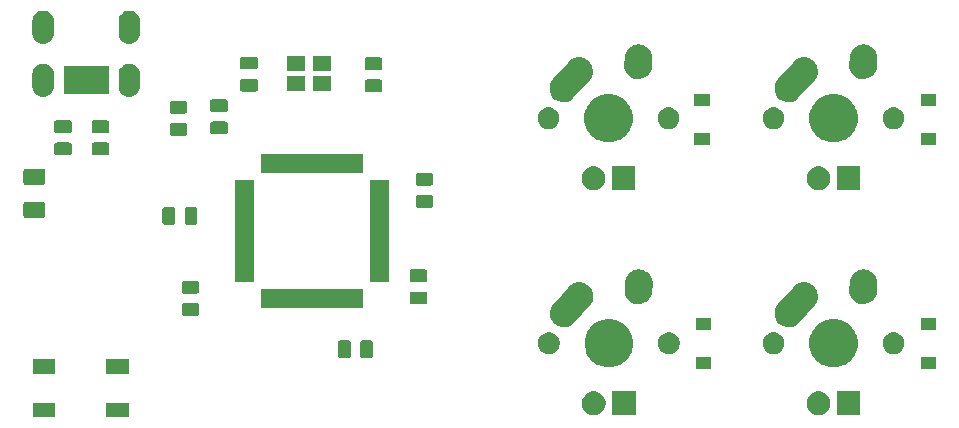
<source format=gbr>
G04 #@! TF.GenerationSoftware,KiCad,Pcbnew,(5.1.4)-1*
G04 #@! TF.CreationDate,2021-05-04T15:53:45+02:00*
G04 #@! TF.ProjectId,techo,74656368-6f2e-46b6-9963-61645f706362,rev?*
G04 #@! TF.SameCoordinates,Original*
G04 #@! TF.FileFunction,Soldermask,Bot*
G04 #@! TF.FilePolarity,Negative*
%FSLAX46Y46*%
G04 Gerber Fmt 4.6, Leading zero omitted, Abs format (unit mm)*
G04 Created by KiCad (PCBNEW (5.1.4)-1) date 2021-05-04 15:53:45*
%MOMM*%
%LPD*%
G04 APERTURE LIST*
%ADD10C,0.100000*%
G04 APERTURE END LIST*
D10*
G36*
X66535000Y-66586000D02*
G01*
X64633000Y-66586000D01*
X64633000Y-65384000D01*
X66535000Y-65384000D01*
X66535000Y-66586000D01*
X66535000Y-66586000D01*
G37*
G36*
X60335000Y-66586000D02*
G01*
X58433000Y-66586000D01*
X58433000Y-65384000D01*
X60335000Y-65384000D01*
X60335000Y-66586000D01*
X60335000Y-66586000D01*
G37*
G36*
X125062675Y-64406988D02*
G01*
X125228960Y-64440063D01*
X125411586Y-64515709D01*
X125575944Y-64625530D01*
X125715720Y-64765306D01*
X125825541Y-64929664D01*
X125901187Y-65112290D01*
X125939750Y-65306164D01*
X125939750Y-65503836D01*
X125901187Y-65697710D01*
X125825541Y-65880336D01*
X125715720Y-66044694D01*
X125575944Y-66184470D01*
X125411586Y-66294291D01*
X125228960Y-66369937D01*
X125062675Y-66403012D01*
X125035087Y-66408500D01*
X124837413Y-66408500D01*
X124809825Y-66403012D01*
X124643540Y-66369937D01*
X124460914Y-66294291D01*
X124296556Y-66184470D01*
X124156780Y-66044694D01*
X124046959Y-65880336D01*
X123971313Y-65697710D01*
X123932750Y-65503836D01*
X123932750Y-65306164D01*
X123971313Y-65112290D01*
X124046959Y-64929664D01*
X124156780Y-64765306D01*
X124296556Y-64625530D01*
X124460914Y-64515709D01*
X124643540Y-64440063D01*
X124809825Y-64406988D01*
X124837413Y-64401500D01*
X125035087Y-64401500D01*
X125062675Y-64406988D01*
X125062675Y-64406988D01*
G37*
G36*
X109461500Y-66408500D02*
G01*
X107454500Y-66408500D01*
X107454500Y-64401500D01*
X109461500Y-64401500D01*
X109461500Y-66408500D01*
X109461500Y-66408500D01*
G37*
G36*
X106044425Y-64406988D02*
G01*
X106210710Y-64440063D01*
X106393336Y-64515709D01*
X106557694Y-64625530D01*
X106697470Y-64765306D01*
X106807291Y-64929664D01*
X106882937Y-65112290D01*
X106921500Y-65306164D01*
X106921500Y-65503836D01*
X106882937Y-65697710D01*
X106807291Y-65880336D01*
X106697470Y-66044694D01*
X106557694Y-66184470D01*
X106393336Y-66294291D01*
X106210710Y-66369937D01*
X106044425Y-66403012D01*
X106016837Y-66408500D01*
X105819163Y-66408500D01*
X105791575Y-66403012D01*
X105625290Y-66369937D01*
X105442664Y-66294291D01*
X105278306Y-66184470D01*
X105138530Y-66044694D01*
X105028709Y-65880336D01*
X104953063Y-65697710D01*
X104914500Y-65503836D01*
X104914500Y-65306164D01*
X104953063Y-65112290D01*
X105028709Y-64929664D01*
X105138530Y-64765306D01*
X105278306Y-64625530D01*
X105442664Y-64515709D01*
X105625290Y-64440063D01*
X105791575Y-64406988D01*
X105819163Y-64401500D01*
X106016837Y-64401500D01*
X106044425Y-64406988D01*
X106044425Y-64406988D01*
G37*
G36*
X128479750Y-66408500D02*
G01*
X126472750Y-66408500D01*
X126472750Y-64401500D01*
X128479750Y-64401500D01*
X128479750Y-66408500D01*
X128479750Y-66408500D01*
G37*
G36*
X66535000Y-62886000D02*
G01*
X64633000Y-62886000D01*
X64633000Y-61684000D01*
X66535000Y-61684000D01*
X66535000Y-62886000D01*
X66535000Y-62886000D01*
G37*
G36*
X60335000Y-62886000D02*
G01*
X58433000Y-62886000D01*
X58433000Y-61684000D01*
X60335000Y-61684000D01*
X60335000Y-62886000D01*
X60335000Y-62886000D01*
G37*
G36*
X134890000Y-62476000D02*
G01*
X133588000Y-62476000D01*
X133588000Y-61474000D01*
X134890000Y-61474000D01*
X134890000Y-62476000D01*
X134890000Y-62476000D01*
G37*
G36*
X115840000Y-62476000D02*
G01*
X114538000Y-62476000D01*
X114538000Y-61474000D01*
X115840000Y-61474000D01*
X115840000Y-62476000D01*
X115840000Y-62476000D01*
G37*
G36*
X107784474Y-58358684D02*
G01*
X108002474Y-58448983D01*
X108156623Y-58512833D01*
X108491548Y-58736623D01*
X108776377Y-59021452D01*
X109000167Y-59356377D01*
X109032562Y-59434586D01*
X109154316Y-59728526D01*
X109232900Y-60123594D01*
X109232900Y-60526406D01*
X109154316Y-60921474D01*
X109103451Y-61044272D01*
X109000167Y-61293623D01*
X108776377Y-61628548D01*
X108491548Y-61913377D01*
X108156623Y-62137167D01*
X108002474Y-62201017D01*
X107784474Y-62291316D01*
X107389406Y-62369900D01*
X106986594Y-62369900D01*
X106591526Y-62291316D01*
X106373526Y-62201017D01*
X106219377Y-62137167D01*
X105884452Y-61913377D01*
X105599623Y-61628548D01*
X105375833Y-61293623D01*
X105272549Y-61044272D01*
X105221684Y-60921474D01*
X105143100Y-60526406D01*
X105143100Y-60123594D01*
X105221684Y-59728526D01*
X105343438Y-59434586D01*
X105375833Y-59356377D01*
X105599623Y-59021452D01*
X105884452Y-58736623D01*
X106219377Y-58512833D01*
X106373526Y-58448983D01*
X106591526Y-58358684D01*
X106986594Y-58280100D01*
X107389406Y-58280100D01*
X107784474Y-58358684D01*
X107784474Y-58358684D01*
G37*
G36*
X126802724Y-58358684D02*
G01*
X127020724Y-58448983D01*
X127174873Y-58512833D01*
X127509798Y-58736623D01*
X127794627Y-59021452D01*
X128018417Y-59356377D01*
X128050812Y-59434586D01*
X128172566Y-59728526D01*
X128251150Y-60123594D01*
X128251150Y-60526406D01*
X128172566Y-60921474D01*
X128121701Y-61044272D01*
X128018417Y-61293623D01*
X127794627Y-61628548D01*
X127509798Y-61913377D01*
X127174873Y-62137167D01*
X127020724Y-62201017D01*
X126802724Y-62291316D01*
X126407656Y-62369900D01*
X126004844Y-62369900D01*
X125609776Y-62291316D01*
X125391776Y-62201017D01*
X125237627Y-62137167D01*
X124902702Y-61913377D01*
X124617873Y-61628548D01*
X124394083Y-61293623D01*
X124290799Y-61044272D01*
X124239934Y-60921474D01*
X124161350Y-60526406D01*
X124161350Y-60123594D01*
X124239934Y-59728526D01*
X124361688Y-59434586D01*
X124394083Y-59356377D01*
X124617873Y-59021452D01*
X124902702Y-58736623D01*
X125237627Y-58512833D01*
X125391776Y-58448983D01*
X125609776Y-58358684D01*
X126004844Y-58280100D01*
X126407656Y-58280100D01*
X126802724Y-58358684D01*
X126802724Y-58358684D01*
G37*
G36*
X85159468Y-60086565D02*
G01*
X85198138Y-60098296D01*
X85233777Y-60117346D01*
X85265017Y-60142983D01*
X85290654Y-60174223D01*
X85309704Y-60209862D01*
X85321435Y-60248532D01*
X85326000Y-60294888D01*
X85326000Y-61371112D01*
X85321435Y-61417468D01*
X85309704Y-61456138D01*
X85290654Y-61491777D01*
X85265017Y-61523017D01*
X85233777Y-61548654D01*
X85198138Y-61567704D01*
X85159468Y-61579435D01*
X85113112Y-61584000D01*
X84461888Y-61584000D01*
X84415532Y-61579435D01*
X84376862Y-61567704D01*
X84341223Y-61548654D01*
X84309983Y-61523017D01*
X84284346Y-61491777D01*
X84265296Y-61456138D01*
X84253565Y-61417468D01*
X84249000Y-61371112D01*
X84249000Y-60294888D01*
X84253565Y-60248532D01*
X84265296Y-60209862D01*
X84284346Y-60174223D01*
X84309983Y-60142983D01*
X84341223Y-60117346D01*
X84376862Y-60098296D01*
X84415532Y-60086565D01*
X84461888Y-60082000D01*
X85113112Y-60082000D01*
X85159468Y-60086565D01*
X85159468Y-60086565D01*
G37*
G36*
X87034468Y-60086565D02*
G01*
X87073138Y-60098296D01*
X87108777Y-60117346D01*
X87140017Y-60142983D01*
X87165654Y-60174223D01*
X87184704Y-60209862D01*
X87196435Y-60248532D01*
X87201000Y-60294888D01*
X87201000Y-61371112D01*
X87196435Y-61417468D01*
X87184704Y-61456138D01*
X87165654Y-61491777D01*
X87140017Y-61523017D01*
X87108777Y-61548654D01*
X87073138Y-61567704D01*
X87034468Y-61579435D01*
X86988112Y-61584000D01*
X86336888Y-61584000D01*
X86290532Y-61579435D01*
X86251862Y-61567704D01*
X86216223Y-61548654D01*
X86184983Y-61523017D01*
X86159346Y-61491777D01*
X86140296Y-61456138D01*
X86128565Y-61417468D01*
X86124000Y-61371112D01*
X86124000Y-60294888D01*
X86128565Y-60248532D01*
X86140296Y-60209862D01*
X86159346Y-60174223D01*
X86184983Y-60142983D01*
X86216223Y-60117346D01*
X86251862Y-60098296D01*
X86290532Y-60086565D01*
X86336888Y-60082000D01*
X86988112Y-60082000D01*
X87034468Y-60086565D01*
X87034468Y-60086565D01*
G37*
G36*
X131556354Y-59434585D02*
G01*
X131724876Y-59504389D01*
X131876541Y-59605728D01*
X132005522Y-59734709D01*
X132106861Y-59886374D01*
X132176665Y-60054896D01*
X132212250Y-60233797D01*
X132212250Y-60416203D01*
X132176665Y-60595104D01*
X132106861Y-60763626D01*
X132005522Y-60915291D01*
X131876541Y-61044272D01*
X131724876Y-61145611D01*
X131556354Y-61215415D01*
X131377453Y-61251000D01*
X131195047Y-61251000D01*
X131016146Y-61215415D01*
X130847624Y-61145611D01*
X130695959Y-61044272D01*
X130566978Y-60915291D01*
X130465639Y-60763626D01*
X130395835Y-60595104D01*
X130360250Y-60416203D01*
X130360250Y-60233797D01*
X130395835Y-60054896D01*
X130465639Y-59886374D01*
X130566978Y-59734709D01*
X130695959Y-59605728D01*
X130847624Y-59504389D01*
X131016146Y-59434585D01*
X131195047Y-59399000D01*
X131377453Y-59399000D01*
X131556354Y-59434585D01*
X131556354Y-59434585D01*
G37*
G36*
X102378104Y-59434585D02*
G01*
X102546626Y-59504389D01*
X102698291Y-59605728D01*
X102827272Y-59734709D01*
X102928611Y-59886374D01*
X102998415Y-60054896D01*
X103034000Y-60233797D01*
X103034000Y-60416203D01*
X102998415Y-60595104D01*
X102928611Y-60763626D01*
X102827272Y-60915291D01*
X102698291Y-61044272D01*
X102546626Y-61145611D01*
X102378104Y-61215415D01*
X102199203Y-61251000D01*
X102016797Y-61251000D01*
X101837896Y-61215415D01*
X101669374Y-61145611D01*
X101517709Y-61044272D01*
X101388728Y-60915291D01*
X101287389Y-60763626D01*
X101217585Y-60595104D01*
X101182000Y-60416203D01*
X101182000Y-60233797D01*
X101217585Y-60054896D01*
X101287389Y-59886374D01*
X101388728Y-59734709D01*
X101517709Y-59605728D01*
X101669374Y-59504389D01*
X101837896Y-59434585D01*
X102016797Y-59399000D01*
X102199203Y-59399000D01*
X102378104Y-59434585D01*
X102378104Y-59434585D01*
G37*
G36*
X112538104Y-59434585D02*
G01*
X112706626Y-59504389D01*
X112858291Y-59605728D01*
X112987272Y-59734709D01*
X113088611Y-59886374D01*
X113158415Y-60054896D01*
X113194000Y-60233797D01*
X113194000Y-60416203D01*
X113158415Y-60595104D01*
X113088611Y-60763626D01*
X112987272Y-60915291D01*
X112858291Y-61044272D01*
X112706626Y-61145611D01*
X112538104Y-61215415D01*
X112359203Y-61251000D01*
X112176797Y-61251000D01*
X111997896Y-61215415D01*
X111829374Y-61145611D01*
X111677709Y-61044272D01*
X111548728Y-60915291D01*
X111447389Y-60763626D01*
X111377585Y-60595104D01*
X111342000Y-60416203D01*
X111342000Y-60233797D01*
X111377585Y-60054896D01*
X111447389Y-59886374D01*
X111548728Y-59734709D01*
X111677709Y-59605728D01*
X111829374Y-59504389D01*
X111997896Y-59434585D01*
X112176797Y-59399000D01*
X112359203Y-59399000D01*
X112538104Y-59434585D01*
X112538104Y-59434585D01*
G37*
G36*
X121396354Y-59434585D02*
G01*
X121564876Y-59504389D01*
X121716541Y-59605728D01*
X121845522Y-59734709D01*
X121946861Y-59886374D01*
X122016665Y-60054896D01*
X122052250Y-60233797D01*
X122052250Y-60416203D01*
X122016665Y-60595104D01*
X121946861Y-60763626D01*
X121845522Y-60915291D01*
X121716541Y-61044272D01*
X121564876Y-61145611D01*
X121396354Y-61215415D01*
X121217453Y-61251000D01*
X121035047Y-61251000D01*
X120856146Y-61215415D01*
X120687624Y-61145611D01*
X120535959Y-61044272D01*
X120406978Y-60915291D01*
X120305639Y-60763626D01*
X120235835Y-60595104D01*
X120200250Y-60416203D01*
X120200250Y-60233797D01*
X120235835Y-60054896D01*
X120305639Y-59886374D01*
X120406978Y-59734709D01*
X120535959Y-59605728D01*
X120687624Y-59504389D01*
X120856146Y-59434585D01*
X121035047Y-59399000D01*
X121217453Y-59399000D01*
X121396354Y-59434585D01*
X121396354Y-59434585D01*
G37*
G36*
X134890000Y-59176000D02*
G01*
X133588000Y-59176000D01*
X133588000Y-58174000D01*
X134890000Y-58174000D01*
X134890000Y-59176000D01*
X134890000Y-59176000D01*
G37*
G36*
X115840000Y-59176000D02*
G01*
X114538000Y-59176000D01*
X114538000Y-58174000D01*
X115840000Y-58174000D01*
X115840000Y-59176000D01*
X115840000Y-59176000D01*
G37*
G36*
X104711205Y-55148881D02*
G01*
X104716645Y-55149000D01*
X104803828Y-55149000D01*
X104820097Y-55152236D01*
X104838956Y-55154515D01*
X104855532Y-55155246D01*
X104940223Y-55176010D01*
X104945518Y-55177184D01*
X105031027Y-55194193D01*
X105046362Y-55200545D01*
X105064401Y-55206455D01*
X105080521Y-55210407D01*
X105159504Y-55247280D01*
X105164494Y-55249477D01*
X105245045Y-55282842D01*
X105258841Y-55292060D01*
X105275393Y-55301382D01*
X105290426Y-55308400D01*
X105360694Y-55359971D01*
X105365192Y-55363122D01*
X105437656Y-55411541D01*
X105449383Y-55423268D01*
X105463809Y-55435648D01*
X105477179Y-55445461D01*
X105477180Y-55445462D01*
X105536021Y-55509733D01*
X105539829Y-55513714D01*
X105601459Y-55575344D01*
X105610674Y-55589135D01*
X105622396Y-55604078D01*
X105633605Y-55616321D01*
X105678799Y-55690874D01*
X105681746Y-55695501D01*
X105730158Y-55767955D01*
X105736505Y-55783277D01*
X105745092Y-55800231D01*
X105753691Y-55814417D01*
X105783478Y-55896368D01*
X105785452Y-55901448D01*
X105818754Y-55981846D01*
X105818807Y-55981974D01*
X105822041Y-55998233D01*
X105827158Y-56016542D01*
X105832825Y-56032134D01*
X105846055Y-56118345D01*
X105847001Y-56123713D01*
X105864000Y-56209173D01*
X105864000Y-56225752D01*
X105865444Y-56244692D01*
X105867963Y-56261104D01*
X105864120Y-56348249D01*
X105864000Y-56353689D01*
X105864000Y-56440825D01*
X105860766Y-56457083D01*
X105858488Y-56475941D01*
X105857756Y-56492531D01*
X105836988Y-56577237D01*
X105835812Y-56582537D01*
X105818807Y-56668027D01*
X105812457Y-56683357D01*
X105806549Y-56701393D01*
X105802595Y-56717520D01*
X105765711Y-56796526D01*
X105763511Y-56801523D01*
X105730158Y-56882045D01*
X105720944Y-56895835D01*
X105711622Y-56912387D01*
X105704602Y-56927424D01*
X105653011Y-56997720D01*
X105649866Y-57002210D01*
X105601461Y-57074654D01*
X105544460Y-57131655D01*
X105539811Y-57136563D01*
X104922580Y-57824468D01*
X104214723Y-58613376D01*
X104086679Y-58730602D01*
X103987630Y-58790646D01*
X103888583Y-58850689D01*
X103670866Y-58929823D01*
X103441895Y-58964961D01*
X103210470Y-58954754D01*
X102985481Y-58899593D01*
X102880727Y-58850689D01*
X102775579Y-58801602D01*
X102678838Y-58730602D01*
X102588823Y-58664539D01*
X102514394Y-58583241D01*
X102432398Y-58493679D01*
X102350564Y-58358685D01*
X102312311Y-58295583D01*
X102233177Y-58077866D01*
X102198039Y-57848895D01*
X102208246Y-57617470D01*
X102263407Y-57392481D01*
X102314972Y-57282028D01*
X102361398Y-57182580D01*
X102361400Y-57182577D01*
X102464114Y-57042622D01*
X103197060Y-56225752D01*
X103750787Y-55608621D01*
X103761681Y-55594589D01*
X103774539Y-55575346D01*
X103831573Y-55518312D01*
X103836223Y-55513403D01*
X103851278Y-55496624D01*
X103872701Y-55477011D01*
X103876682Y-55473203D01*
X103938346Y-55411539D01*
X103952143Y-55402320D01*
X103967102Y-55390585D01*
X103979321Y-55379398D01*
X104011385Y-55359961D01*
X104053830Y-55334231D01*
X104058421Y-55331308D01*
X104130955Y-55282842D01*
X104146300Y-55276486D01*
X104163248Y-55267901D01*
X104177416Y-55259312D01*
X104177417Y-55259312D01*
X104177418Y-55259311D01*
X104259312Y-55229545D01*
X104264410Y-55227563D01*
X104344973Y-55194193D01*
X104361252Y-55190955D01*
X104379542Y-55185844D01*
X104395135Y-55180177D01*
X104481300Y-55166954D01*
X104486663Y-55166009D01*
X104572173Y-55149000D01*
X104588766Y-55149000D01*
X104607709Y-55147555D01*
X104624106Y-55145039D01*
X104711205Y-55148881D01*
X104711205Y-55148881D01*
G37*
G36*
X123729455Y-55148881D02*
G01*
X123734895Y-55149000D01*
X123822078Y-55149000D01*
X123838347Y-55152236D01*
X123857206Y-55154515D01*
X123873782Y-55155246D01*
X123958473Y-55176010D01*
X123963768Y-55177184D01*
X124049277Y-55194193D01*
X124064612Y-55200545D01*
X124082651Y-55206455D01*
X124098771Y-55210407D01*
X124177754Y-55247280D01*
X124182744Y-55249477D01*
X124263295Y-55282842D01*
X124277091Y-55292060D01*
X124293643Y-55301382D01*
X124308676Y-55308400D01*
X124378944Y-55359971D01*
X124383442Y-55363122D01*
X124455906Y-55411541D01*
X124467633Y-55423268D01*
X124482059Y-55435648D01*
X124495429Y-55445461D01*
X124495430Y-55445462D01*
X124554271Y-55509733D01*
X124558079Y-55513714D01*
X124619709Y-55575344D01*
X124628924Y-55589135D01*
X124640646Y-55604078D01*
X124651855Y-55616321D01*
X124697049Y-55690874D01*
X124699996Y-55695501D01*
X124748408Y-55767955D01*
X124754755Y-55783277D01*
X124763342Y-55800231D01*
X124771941Y-55814417D01*
X124801728Y-55896368D01*
X124803702Y-55901448D01*
X124837004Y-55981846D01*
X124837057Y-55981974D01*
X124840291Y-55998233D01*
X124845408Y-56016542D01*
X124851075Y-56032134D01*
X124864305Y-56118345D01*
X124865251Y-56123713D01*
X124882250Y-56209173D01*
X124882250Y-56225752D01*
X124883694Y-56244692D01*
X124886213Y-56261104D01*
X124882370Y-56348249D01*
X124882250Y-56353689D01*
X124882250Y-56440825D01*
X124879016Y-56457083D01*
X124876738Y-56475941D01*
X124876006Y-56492531D01*
X124855238Y-56577237D01*
X124854062Y-56582537D01*
X124837057Y-56668027D01*
X124830707Y-56683357D01*
X124824799Y-56701393D01*
X124820845Y-56717520D01*
X124783961Y-56796526D01*
X124781761Y-56801523D01*
X124748408Y-56882045D01*
X124739194Y-56895835D01*
X124729872Y-56912387D01*
X124722852Y-56927424D01*
X124671261Y-56997720D01*
X124668116Y-57002210D01*
X124619711Y-57074654D01*
X124562710Y-57131655D01*
X124558061Y-57136563D01*
X123940830Y-57824468D01*
X123232973Y-58613376D01*
X123104929Y-58730602D01*
X123005880Y-58790646D01*
X122906833Y-58850689D01*
X122689116Y-58929823D01*
X122460145Y-58964961D01*
X122228720Y-58954754D01*
X122003731Y-58899593D01*
X121898977Y-58850689D01*
X121793829Y-58801602D01*
X121697088Y-58730602D01*
X121607073Y-58664539D01*
X121532644Y-58583241D01*
X121450648Y-58493679D01*
X121368814Y-58358685D01*
X121330561Y-58295583D01*
X121251427Y-58077866D01*
X121216289Y-57848895D01*
X121226496Y-57617470D01*
X121281657Y-57392481D01*
X121333222Y-57282028D01*
X121379648Y-57182580D01*
X121379650Y-57182577D01*
X121482364Y-57042622D01*
X122215310Y-56225752D01*
X122769037Y-55608621D01*
X122779931Y-55594589D01*
X122792789Y-55575346D01*
X122849823Y-55518312D01*
X122854473Y-55513403D01*
X122869528Y-55496624D01*
X122890951Y-55477011D01*
X122894932Y-55473203D01*
X122956596Y-55411539D01*
X122970393Y-55402320D01*
X122985352Y-55390585D01*
X122997571Y-55379398D01*
X123029635Y-55359961D01*
X123072080Y-55334231D01*
X123076671Y-55331308D01*
X123149205Y-55282842D01*
X123164550Y-55276486D01*
X123181498Y-55267901D01*
X123195666Y-55259312D01*
X123195667Y-55259312D01*
X123195668Y-55259311D01*
X123277562Y-55229545D01*
X123282660Y-55227563D01*
X123363223Y-55194193D01*
X123379502Y-55190955D01*
X123397792Y-55185844D01*
X123413385Y-55180177D01*
X123499550Y-55166954D01*
X123504913Y-55166009D01*
X123590423Y-55149000D01*
X123607016Y-55149000D01*
X123625959Y-55147555D01*
X123642356Y-55145039D01*
X123729455Y-55148881D01*
X123729455Y-55148881D01*
G37*
G36*
X72339468Y-56918565D02*
G01*
X72378138Y-56930296D01*
X72413777Y-56949346D01*
X72445017Y-56974983D01*
X72470654Y-57006223D01*
X72489704Y-57041862D01*
X72501435Y-57080532D01*
X72506000Y-57126888D01*
X72506000Y-57778112D01*
X72501435Y-57824468D01*
X72489704Y-57863138D01*
X72470654Y-57898777D01*
X72445017Y-57930017D01*
X72413777Y-57955654D01*
X72378138Y-57974704D01*
X72339468Y-57986435D01*
X72293112Y-57991000D01*
X71216888Y-57991000D01*
X71170532Y-57986435D01*
X71131862Y-57974704D01*
X71096223Y-57955654D01*
X71064983Y-57930017D01*
X71039346Y-57898777D01*
X71020296Y-57863138D01*
X71008565Y-57824468D01*
X71004000Y-57778112D01*
X71004000Y-57126888D01*
X71008565Y-57080532D01*
X71020296Y-57041862D01*
X71039346Y-57006223D01*
X71064983Y-56974983D01*
X71096223Y-56949346D01*
X71131862Y-56930296D01*
X71170532Y-56918565D01*
X71216888Y-56914000D01*
X72293112Y-56914000D01*
X72339468Y-56918565D01*
X72339468Y-56918565D01*
G37*
G36*
X86368000Y-57301000D02*
G01*
X77716000Y-57301000D01*
X77716000Y-55699000D01*
X86368000Y-55699000D01*
X86368000Y-57301000D01*
X86368000Y-57301000D01*
G37*
G36*
X91643468Y-55951065D02*
G01*
X91682138Y-55962796D01*
X91717777Y-55981846D01*
X91749017Y-56007483D01*
X91774654Y-56038723D01*
X91793704Y-56074362D01*
X91805435Y-56113032D01*
X91810000Y-56159388D01*
X91810000Y-56810612D01*
X91805435Y-56856968D01*
X91793704Y-56895638D01*
X91774654Y-56931277D01*
X91749017Y-56962517D01*
X91717777Y-56988154D01*
X91682138Y-57007204D01*
X91643468Y-57018935D01*
X91597112Y-57023500D01*
X90520888Y-57023500D01*
X90474532Y-57018935D01*
X90435862Y-57007204D01*
X90400223Y-56988154D01*
X90368983Y-56962517D01*
X90343346Y-56931277D01*
X90324296Y-56895638D01*
X90312565Y-56856968D01*
X90308000Y-56810612D01*
X90308000Y-56159388D01*
X90312565Y-56113032D01*
X90324296Y-56074362D01*
X90343346Y-56038723D01*
X90368983Y-56007483D01*
X90400223Y-55981846D01*
X90435862Y-55962796D01*
X90474532Y-55951065D01*
X90520888Y-55946500D01*
X91597112Y-55946500D01*
X91643468Y-55951065D01*
X91643468Y-55951065D01*
G37*
G36*
X128834377Y-54067261D02*
G01*
X128855150Y-54069000D01*
X128862077Y-54069000D01*
X128957004Y-54087882D01*
X128960598Y-54088542D01*
X129055980Y-54104624D01*
X129062453Y-54107085D01*
X129082478Y-54112841D01*
X129089277Y-54114193D01*
X129133433Y-54132483D01*
X129178693Y-54151230D01*
X129182094Y-54152581D01*
X129272505Y-54186961D01*
X129278377Y-54190640D01*
X129296886Y-54200187D01*
X129303295Y-54202842D01*
X129383813Y-54256642D01*
X129386804Y-54258578D01*
X129468807Y-54309959D01*
X129473834Y-54314700D01*
X129490146Y-54327691D01*
X129495902Y-54331537D01*
X129564360Y-54399995D01*
X129566939Y-54402499D01*
X129637340Y-54468889D01*
X129640976Y-54474000D01*
X129641345Y-54474519D01*
X129654809Y-54490444D01*
X129659709Y-54495344D01*
X129713494Y-54575839D01*
X129715541Y-54578807D01*
X129771630Y-54657645D01*
X129774464Y-54663958D01*
X129784558Y-54682193D01*
X129788408Y-54687955D01*
X129825470Y-54777430D01*
X129826874Y-54780685D01*
X129866515Y-54868973D01*
X129868065Y-54875725D01*
X129874402Y-54895562D01*
X129877057Y-54901973D01*
X129895942Y-54996917D01*
X129896688Y-55000401D01*
X129918348Y-55094751D01*
X129918348Y-55094754D01*
X129918550Y-55101654D01*
X129920897Y-55122370D01*
X129922250Y-55129174D01*
X129922250Y-55225986D01*
X129922303Y-55229584D01*
X129923438Y-55268277D01*
X129922545Y-55281225D01*
X129922250Y-55289797D01*
X129922250Y-55360826D01*
X129916331Y-55390585D01*
X129915854Y-55392979D01*
X129913750Y-55408750D01*
X129875488Y-55963545D01*
X129846626Y-56134730D01*
X129764288Y-56351255D01*
X129641291Y-56547557D01*
X129482361Y-56716090D01*
X129293605Y-56850380D01*
X129082277Y-56945265D01*
X128856499Y-56997098D01*
X128624948Y-57003889D01*
X128624947Y-57003889D01*
X128559539Y-56992861D01*
X128396520Y-56965376D01*
X128179995Y-56883038D01*
X127983693Y-56760041D01*
X127815160Y-56601111D01*
X127680870Y-56412355D01*
X127585985Y-56201027D01*
X127534152Y-55975249D01*
X127529062Y-55801723D01*
X127569954Y-55208794D01*
X127570250Y-55200196D01*
X127570250Y-55129175D01*
X127570483Y-55128005D01*
X127589138Y-55034219D01*
X127589794Y-55030645D01*
X127590099Y-55028837D01*
X127605874Y-54935270D01*
X127608335Y-54928799D01*
X127614092Y-54908767D01*
X127615443Y-54901974D01*
X127618093Y-54895576D01*
X127652514Y-54812476D01*
X127653803Y-54809230D01*
X127688212Y-54718745D01*
X127691886Y-54712881D01*
X127701437Y-54694365D01*
X127704092Y-54687955D01*
X127757907Y-54607415D01*
X127759827Y-54604449D01*
X127811209Y-54522443D01*
X127815961Y-54517404D01*
X127828939Y-54501107D01*
X127832787Y-54495348D01*
X127901243Y-54426892D01*
X127903796Y-54424262D01*
X127924273Y-54402548D01*
X127970139Y-54353910D01*
X127975771Y-54349903D01*
X127991697Y-54336438D01*
X127996596Y-54331539D01*
X128077074Y-54277766D01*
X128080056Y-54275710D01*
X128158895Y-54219620D01*
X128165205Y-54216787D01*
X128183444Y-54206691D01*
X128189201Y-54202844D01*
X128189204Y-54202843D01*
X128189205Y-54202842D01*
X128278679Y-54165781D01*
X128281937Y-54164375D01*
X128370223Y-54124735D01*
X128376975Y-54123185D01*
X128396812Y-54116848D01*
X128403223Y-54114193D01*
X128498149Y-54095311D01*
X128501696Y-54094551D01*
X128596001Y-54072901D01*
X128598380Y-54072831D01*
X128602915Y-54072698D01*
X128623631Y-54070351D01*
X128630424Y-54069000D01*
X128727209Y-54069000D01*
X128730834Y-54068947D01*
X128827552Y-54066110D01*
X128834377Y-54067261D01*
X128834377Y-54067261D01*
G37*
G36*
X109816127Y-54067261D02*
G01*
X109836900Y-54069000D01*
X109843827Y-54069000D01*
X109938754Y-54087882D01*
X109942348Y-54088542D01*
X110037730Y-54104624D01*
X110044203Y-54107085D01*
X110064228Y-54112841D01*
X110071027Y-54114193D01*
X110115183Y-54132483D01*
X110160443Y-54151230D01*
X110163844Y-54152581D01*
X110254255Y-54186961D01*
X110260127Y-54190640D01*
X110278636Y-54200187D01*
X110285045Y-54202842D01*
X110365563Y-54256642D01*
X110368554Y-54258578D01*
X110450557Y-54309959D01*
X110455584Y-54314700D01*
X110471896Y-54327691D01*
X110477652Y-54331537D01*
X110546110Y-54399995D01*
X110548689Y-54402499D01*
X110619090Y-54468889D01*
X110622726Y-54474000D01*
X110623095Y-54474519D01*
X110636559Y-54490444D01*
X110641459Y-54495344D01*
X110695244Y-54575839D01*
X110697291Y-54578807D01*
X110753380Y-54657645D01*
X110756214Y-54663958D01*
X110766308Y-54682193D01*
X110770158Y-54687955D01*
X110807220Y-54777430D01*
X110808624Y-54780685D01*
X110848265Y-54868973D01*
X110849815Y-54875725D01*
X110856152Y-54895562D01*
X110858807Y-54901973D01*
X110877692Y-54996917D01*
X110878438Y-55000401D01*
X110900098Y-55094751D01*
X110900098Y-55094754D01*
X110900300Y-55101654D01*
X110902647Y-55122370D01*
X110904000Y-55129174D01*
X110904000Y-55225986D01*
X110904053Y-55229584D01*
X110905188Y-55268277D01*
X110904295Y-55281225D01*
X110904000Y-55289797D01*
X110904000Y-55360826D01*
X110898081Y-55390585D01*
X110897604Y-55392979D01*
X110895500Y-55408750D01*
X110857238Y-55963545D01*
X110828376Y-56134730D01*
X110746038Y-56351255D01*
X110623041Y-56547557D01*
X110464111Y-56716090D01*
X110275355Y-56850380D01*
X110064027Y-56945265D01*
X109838249Y-56997098D01*
X109606698Y-57003889D01*
X109606697Y-57003889D01*
X109541289Y-56992861D01*
X109378270Y-56965376D01*
X109161745Y-56883038D01*
X108965443Y-56760041D01*
X108796910Y-56601111D01*
X108662620Y-56412355D01*
X108567735Y-56201027D01*
X108515902Y-55975249D01*
X108510812Y-55801723D01*
X108551704Y-55208794D01*
X108552000Y-55200196D01*
X108552000Y-55129175D01*
X108552233Y-55128005D01*
X108570888Y-55034219D01*
X108571544Y-55030645D01*
X108571849Y-55028837D01*
X108587624Y-54935270D01*
X108590085Y-54928799D01*
X108595842Y-54908767D01*
X108597193Y-54901974D01*
X108599843Y-54895576D01*
X108634264Y-54812476D01*
X108635553Y-54809230D01*
X108669962Y-54718745D01*
X108673636Y-54712881D01*
X108683187Y-54694365D01*
X108685842Y-54687955D01*
X108739657Y-54607415D01*
X108741577Y-54604449D01*
X108792959Y-54522443D01*
X108797711Y-54517404D01*
X108810689Y-54501107D01*
X108814537Y-54495348D01*
X108882993Y-54426892D01*
X108885546Y-54424262D01*
X108906023Y-54402548D01*
X108951889Y-54353910D01*
X108957521Y-54349903D01*
X108973447Y-54336438D01*
X108978346Y-54331539D01*
X109058824Y-54277766D01*
X109061806Y-54275710D01*
X109140645Y-54219620D01*
X109146955Y-54216787D01*
X109165194Y-54206691D01*
X109170951Y-54202844D01*
X109170954Y-54202843D01*
X109170955Y-54202842D01*
X109260429Y-54165781D01*
X109263687Y-54164375D01*
X109351973Y-54124735D01*
X109358725Y-54123185D01*
X109378562Y-54116848D01*
X109384973Y-54114193D01*
X109479899Y-54095311D01*
X109483446Y-54094551D01*
X109577751Y-54072901D01*
X109580130Y-54072831D01*
X109584665Y-54072698D01*
X109605381Y-54070351D01*
X109612174Y-54069000D01*
X109708959Y-54069000D01*
X109712584Y-54068947D01*
X109809302Y-54066110D01*
X109816127Y-54067261D01*
X109816127Y-54067261D01*
G37*
G36*
X72339468Y-55043565D02*
G01*
X72378138Y-55055296D01*
X72413777Y-55074346D01*
X72445017Y-55099983D01*
X72470654Y-55131223D01*
X72489704Y-55166862D01*
X72501435Y-55205532D01*
X72506000Y-55251888D01*
X72506000Y-55903112D01*
X72501435Y-55949468D01*
X72489704Y-55988138D01*
X72470654Y-56023777D01*
X72445017Y-56055017D01*
X72413777Y-56080654D01*
X72378138Y-56099704D01*
X72339468Y-56111435D01*
X72293112Y-56116000D01*
X71216888Y-56116000D01*
X71170532Y-56111435D01*
X71131862Y-56099704D01*
X71096223Y-56080654D01*
X71064983Y-56055017D01*
X71039346Y-56023777D01*
X71020296Y-55988138D01*
X71008565Y-55949468D01*
X71004000Y-55903112D01*
X71004000Y-55251888D01*
X71008565Y-55205532D01*
X71020296Y-55166862D01*
X71039346Y-55131223D01*
X71064983Y-55099983D01*
X71096223Y-55074346D01*
X71131862Y-55055296D01*
X71170532Y-55043565D01*
X71216888Y-55039000D01*
X72293112Y-55039000D01*
X72339468Y-55043565D01*
X72339468Y-55043565D01*
G37*
G36*
X91643468Y-54076065D02*
G01*
X91682138Y-54087796D01*
X91717777Y-54106846D01*
X91749017Y-54132483D01*
X91774654Y-54163723D01*
X91793704Y-54199362D01*
X91805435Y-54238032D01*
X91810000Y-54284388D01*
X91810000Y-54935612D01*
X91805435Y-54981968D01*
X91793704Y-55020638D01*
X91774654Y-55056277D01*
X91749017Y-55087517D01*
X91717777Y-55113154D01*
X91682138Y-55132204D01*
X91643468Y-55143935D01*
X91597112Y-55148500D01*
X90520888Y-55148500D01*
X90474532Y-55143935D01*
X90435862Y-55132204D01*
X90400223Y-55113154D01*
X90368983Y-55087517D01*
X90343346Y-55056277D01*
X90324296Y-55020638D01*
X90312565Y-54981968D01*
X90308000Y-54935612D01*
X90308000Y-54284388D01*
X90312565Y-54238032D01*
X90324296Y-54199362D01*
X90343346Y-54163723D01*
X90368983Y-54132483D01*
X90400223Y-54106846D01*
X90435862Y-54087796D01*
X90474532Y-54076065D01*
X90520888Y-54071500D01*
X91597112Y-54071500D01*
X91643468Y-54076065D01*
X91643468Y-54076065D01*
G37*
G36*
X77143000Y-55126000D02*
G01*
X75541000Y-55126000D01*
X75541000Y-46474000D01*
X77143000Y-46474000D01*
X77143000Y-55126000D01*
X77143000Y-55126000D01*
G37*
G36*
X88543000Y-55126000D02*
G01*
X86941000Y-55126000D01*
X86941000Y-46474000D01*
X88543000Y-46474000D01*
X88543000Y-55126000D01*
X88543000Y-55126000D01*
G37*
G36*
X70300468Y-48783565D02*
G01*
X70339138Y-48795296D01*
X70374777Y-48814346D01*
X70406017Y-48839983D01*
X70431654Y-48871223D01*
X70450704Y-48906862D01*
X70462435Y-48945532D01*
X70467000Y-48991888D01*
X70467000Y-50068112D01*
X70462435Y-50114468D01*
X70450704Y-50153138D01*
X70431654Y-50188777D01*
X70406017Y-50220017D01*
X70374777Y-50245654D01*
X70339138Y-50264704D01*
X70300468Y-50276435D01*
X70254112Y-50281000D01*
X69602888Y-50281000D01*
X69556532Y-50276435D01*
X69517862Y-50264704D01*
X69482223Y-50245654D01*
X69450983Y-50220017D01*
X69425346Y-50188777D01*
X69406296Y-50153138D01*
X69394565Y-50114468D01*
X69390000Y-50068112D01*
X69390000Y-48991888D01*
X69394565Y-48945532D01*
X69406296Y-48906862D01*
X69425346Y-48871223D01*
X69450983Y-48839983D01*
X69482223Y-48814346D01*
X69517862Y-48795296D01*
X69556532Y-48783565D01*
X69602888Y-48779000D01*
X70254112Y-48779000D01*
X70300468Y-48783565D01*
X70300468Y-48783565D01*
G37*
G36*
X72175468Y-48783565D02*
G01*
X72214138Y-48795296D01*
X72249777Y-48814346D01*
X72281017Y-48839983D01*
X72306654Y-48871223D01*
X72325704Y-48906862D01*
X72337435Y-48945532D01*
X72342000Y-48991888D01*
X72342000Y-50068112D01*
X72337435Y-50114468D01*
X72325704Y-50153138D01*
X72306654Y-50188777D01*
X72281017Y-50220017D01*
X72249777Y-50245654D01*
X72214138Y-50264704D01*
X72175468Y-50276435D01*
X72129112Y-50281000D01*
X71477888Y-50281000D01*
X71431532Y-50276435D01*
X71392862Y-50264704D01*
X71357223Y-50245654D01*
X71325983Y-50220017D01*
X71300346Y-50188777D01*
X71281296Y-50153138D01*
X71269565Y-50114468D01*
X71265000Y-50068112D01*
X71265000Y-48991888D01*
X71269565Y-48945532D01*
X71281296Y-48906862D01*
X71300346Y-48871223D01*
X71325983Y-48839983D01*
X71357223Y-48814346D01*
X71392862Y-48795296D01*
X71431532Y-48783565D01*
X71477888Y-48779000D01*
X72129112Y-48779000D01*
X72175468Y-48783565D01*
X72175468Y-48783565D01*
G37*
G36*
X59315604Y-48356347D02*
G01*
X59352144Y-48367432D01*
X59385821Y-48385433D01*
X59415341Y-48409659D01*
X59439567Y-48439179D01*
X59457568Y-48472856D01*
X59468653Y-48509396D01*
X59473000Y-48553538D01*
X59473000Y-49502462D01*
X59468653Y-49546604D01*
X59457568Y-49583144D01*
X59439567Y-49616821D01*
X59415341Y-49646341D01*
X59385821Y-49670567D01*
X59352144Y-49688568D01*
X59315604Y-49699653D01*
X59271462Y-49704000D01*
X57822538Y-49704000D01*
X57778396Y-49699653D01*
X57741856Y-49688568D01*
X57708179Y-49670567D01*
X57678659Y-49646341D01*
X57654433Y-49616821D01*
X57636432Y-49583144D01*
X57625347Y-49546604D01*
X57621000Y-49502462D01*
X57621000Y-48553538D01*
X57625347Y-48509396D01*
X57636432Y-48472856D01*
X57654433Y-48439179D01*
X57678659Y-48409659D01*
X57708179Y-48385433D01*
X57741856Y-48367432D01*
X57778396Y-48356347D01*
X57822538Y-48352000D01*
X59271462Y-48352000D01*
X59315604Y-48356347D01*
X59315604Y-48356347D01*
G37*
G36*
X92151468Y-47774565D02*
G01*
X92190138Y-47786296D01*
X92225777Y-47805346D01*
X92257017Y-47830983D01*
X92282654Y-47862223D01*
X92301704Y-47897862D01*
X92313435Y-47936532D01*
X92318000Y-47982888D01*
X92318000Y-48634112D01*
X92313435Y-48680468D01*
X92301704Y-48719138D01*
X92282654Y-48754777D01*
X92257017Y-48786017D01*
X92225777Y-48811654D01*
X92190138Y-48830704D01*
X92151468Y-48842435D01*
X92105112Y-48847000D01*
X91028888Y-48847000D01*
X90982532Y-48842435D01*
X90943862Y-48830704D01*
X90908223Y-48811654D01*
X90876983Y-48786017D01*
X90851346Y-48754777D01*
X90832296Y-48719138D01*
X90820565Y-48680468D01*
X90816000Y-48634112D01*
X90816000Y-47982888D01*
X90820565Y-47936532D01*
X90832296Y-47897862D01*
X90851346Y-47862223D01*
X90876983Y-47830983D01*
X90908223Y-47805346D01*
X90943862Y-47786296D01*
X90982532Y-47774565D01*
X91028888Y-47770000D01*
X92105112Y-47770000D01*
X92151468Y-47774565D01*
X92151468Y-47774565D01*
G37*
G36*
X106012675Y-45356988D02*
G01*
X106178960Y-45390063D01*
X106361586Y-45465709D01*
X106525944Y-45575530D01*
X106665720Y-45715306D01*
X106775541Y-45879664D01*
X106851187Y-46062290D01*
X106889750Y-46256164D01*
X106889750Y-46453836D01*
X106851187Y-46647710D01*
X106775541Y-46830336D01*
X106665720Y-46994694D01*
X106525944Y-47134470D01*
X106361586Y-47244291D01*
X106178960Y-47319937D01*
X106012675Y-47353012D01*
X105985087Y-47358500D01*
X105787413Y-47358500D01*
X105759825Y-47353012D01*
X105593540Y-47319937D01*
X105410914Y-47244291D01*
X105246556Y-47134470D01*
X105106780Y-46994694D01*
X104996959Y-46830336D01*
X104921313Y-46647710D01*
X104882750Y-46453836D01*
X104882750Y-46256164D01*
X104921313Y-46062290D01*
X104996959Y-45879664D01*
X105106780Y-45715306D01*
X105246556Y-45575530D01*
X105410914Y-45465709D01*
X105593540Y-45390063D01*
X105759825Y-45356988D01*
X105787413Y-45351500D01*
X105985087Y-45351500D01*
X106012675Y-45356988D01*
X106012675Y-45356988D01*
G37*
G36*
X128479750Y-47358500D02*
G01*
X126472750Y-47358500D01*
X126472750Y-45351500D01*
X128479750Y-45351500D01*
X128479750Y-47358500D01*
X128479750Y-47358500D01*
G37*
G36*
X109429750Y-47358500D02*
G01*
X107422750Y-47358500D01*
X107422750Y-45351500D01*
X109429750Y-45351500D01*
X109429750Y-47358500D01*
X109429750Y-47358500D01*
G37*
G36*
X125062675Y-45356988D02*
G01*
X125228960Y-45390063D01*
X125411586Y-45465709D01*
X125575944Y-45575530D01*
X125715720Y-45715306D01*
X125825541Y-45879664D01*
X125901187Y-46062290D01*
X125939750Y-46256164D01*
X125939750Y-46453836D01*
X125901187Y-46647710D01*
X125825541Y-46830336D01*
X125715720Y-46994694D01*
X125575944Y-47134470D01*
X125411586Y-47244291D01*
X125228960Y-47319937D01*
X125062675Y-47353012D01*
X125035087Y-47358500D01*
X124837413Y-47358500D01*
X124809825Y-47353012D01*
X124643540Y-47319937D01*
X124460914Y-47244291D01*
X124296556Y-47134470D01*
X124156780Y-46994694D01*
X124046959Y-46830336D01*
X123971313Y-46647710D01*
X123932750Y-46453836D01*
X123932750Y-46256164D01*
X123971313Y-46062290D01*
X124046959Y-45879664D01*
X124156780Y-45715306D01*
X124296556Y-45575530D01*
X124460914Y-45465709D01*
X124643540Y-45390063D01*
X124809825Y-45356988D01*
X124837413Y-45351500D01*
X125035087Y-45351500D01*
X125062675Y-45356988D01*
X125062675Y-45356988D01*
G37*
G36*
X92151468Y-45899565D02*
G01*
X92190138Y-45911296D01*
X92225777Y-45930346D01*
X92257017Y-45955983D01*
X92282654Y-45987223D01*
X92301704Y-46022862D01*
X92313435Y-46061532D01*
X92318000Y-46107888D01*
X92318000Y-46759112D01*
X92313435Y-46805468D01*
X92301704Y-46844138D01*
X92282654Y-46879777D01*
X92257017Y-46911017D01*
X92225777Y-46936654D01*
X92190138Y-46955704D01*
X92151468Y-46967435D01*
X92105112Y-46972000D01*
X91028888Y-46972000D01*
X90982532Y-46967435D01*
X90943862Y-46955704D01*
X90908223Y-46936654D01*
X90876983Y-46911017D01*
X90851346Y-46879777D01*
X90832296Y-46844138D01*
X90820565Y-46805468D01*
X90816000Y-46759112D01*
X90816000Y-46107888D01*
X90820565Y-46061532D01*
X90832296Y-46022862D01*
X90851346Y-45987223D01*
X90876983Y-45955983D01*
X90908223Y-45930346D01*
X90943862Y-45911296D01*
X90982532Y-45899565D01*
X91028888Y-45895000D01*
X92105112Y-45895000D01*
X92151468Y-45899565D01*
X92151468Y-45899565D01*
G37*
G36*
X59315604Y-45556347D02*
G01*
X59352144Y-45567432D01*
X59385821Y-45585433D01*
X59415341Y-45609659D01*
X59439567Y-45639179D01*
X59457568Y-45672856D01*
X59468653Y-45709396D01*
X59473000Y-45753538D01*
X59473000Y-46702462D01*
X59468653Y-46746604D01*
X59457568Y-46783144D01*
X59439567Y-46816821D01*
X59415341Y-46846341D01*
X59385821Y-46870567D01*
X59352144Y-46888568D01*
X59315604Y-46899653D01*
X59271462Y-46904000D01*
X57822538Y-46904000D01*
X57778396Y-46899653D01*
X57741856Y-46888568D01*
X57708179Y-46870567D01*
X57678659Y-46846341D01*
X57654433Y-46816821D01*
X57636432Y-46783144D01*
X57625347Y-46746604D01*
X57621000Y-46702462D01*
X57621000Y-45753538D01*
X57625347Y-45709396D01*
X57636432Y-45672856D01*
X57654433Y-45639179D01*
X57678659Y-45609659D01*
X57708179Y-45585433D01*
X57741856Y-45567432D01*
X57778396Y-45556347D01*
X57822538Y-45552000D01*
X59271462Y-45552000D01*
X59315604Y-45556347D01*
X59315604Y-45556347D01*
G37*
G36*
X86368000Y-45901000D02*
G01*
X77716000Y-45901000D01*
X77716000Y-44299000D01*
X86368000Y-44299000D01*
X86368000Y-45901000D01*
X86368000Y-45901000D01*
G37*
G36*
X64719468Y-43329565D02*
G01*
X64758138Y-43341296D01*
X64793777Y-43360346D01*
X64825017Y-43385983D01*
X64850654Y-43417223D01*
X64869704Y-43452862D01*
X64881435Y-43491532D01*
X64886000Y-43537888D01*
X64886000Y-44189112D01*
X64881435Y-44235468D01*
X64869704Y-44274138D01*
X64850654Y-44309777D01*
X64825017Y-44341017D01*
X64793777Y-44366654D01*
X64758138Y-44385704D01*
X64719468Y-44397435D01*
X64673112Y-44402000D01*
X63596888Y-44402000D01*
X63550532Y-44397435D01*
X63511862Y-44385704D01*
X63476223Y-44366654D01*
X63444983Y-44341017D01*
X63419346Y-44309777D01*
X63400296Y-44274138D01*
X63388565Y-44235468D01*
X63384000Y-44189112D01*
X63384000Y-43537888D01*
X63388565Y-43491532D01*
X63400296Y-43452862D01*
X63419346Y-43417223D01*
X63444983Y-43385983D01*
X63476223Y-43360346D01*
X63511862Y-43341296D01*
X63550532Y-43329565D01*
X63596888Y-43325000D01*
X64673112Y-43325000D01*
X64719468Y-43329565D01*
X64719468Y-43329565D01*
G37*
G36*
X61544468Y-43329565D02*
G01*
X61583138Y-43341296D01*
X61618777Y-43360346D01*
X61650017Y-43385983D01*
X61675654Y-43417223D01*
X61694704Y-43452862D01*
X61706435Y-43491532D01*
X61711000Y-43537888D01*
X61711000Y-44189112D01*
X61706435Y-44235468D01*
X61694704Y-44274138D01*
X61675654Y-44309777D01*
X61650017Y-44341017D01*
X61618777Y-44366654D01*
X61583138Y-44385704D01*
X61544468Y-44397435D01*
X61498112Y-44402000D01*
X60421888Y-44402000D01*
X60375532Y-44397435D01*
X60336862Y-44385704D01*
X60301223Y-44366654D01*
X60269983Y-44341017D01*
X60244346Y-44309777D01*
X60225296Y-44274138D01*
X60213565Y-44235468D01*
X60209000Y-44189112D01*
X60209000Y-43537888D01*
X60213565Y-43491532D01*
X60225296Y-43452862D01*
X60244346Y-43417223D01*
X60269983Y-43385983D01*
X60301223Y-43360346D01*
X60336862Y-43341296D01*
X60375532Y-43329565D01*
X60421888Y-43325000D01*
X61498112Y-43325000D01*
X61544468Y-43329565D01*
X61544468Y-43329565D01*
G37*
G36*
X115713000Y-43553000D02*
G01*
X114411000Y-43553000D01*
X114411000Y-42551000D01*
X115713000Y-42551000D01*
X115713000Y-43553000D01*
X115713000Y-43553000D01*
G37*
G36*
X134890000Y-43553000D02*
G01*
X133588000Y-43553000D01*
X133588000Y-42551000D01*
X134890000Y-42551000D01*
X134890000Y-43553000D01*
X134890000Y-43553000D01*
G37*
G36*
X107752724Y-39308684D02*
G01*
X107964590Y-39396442D01*
X108124873Y-39462833D01*
X108459798Y-39686623D01*
X108744627Y-39971452D01*
X108968417Y-40306377D01*
X109000812Y-40384586D01*
X109122566Y-40678526D01*
X109201150Y-41073594D01*
X109201150Y-41476406D01*
X109122566Y-41871474D01*
X109071701Y-41994272D01*
X108968417Y-42243623D01*
X108744627Y-42578548D01*
X108459798Y-42863377D01*
X108124873Y-43087167D01*
X107970724Y-43151017D01*
X107752724Y-43241316D01*
X107357656Y-43319900D01*
X106954844Y-43319900D01*
X106559776Y-43241316D01*
X106341776Y-43151017D01*
X106187627Y-43087167D01*
X105852702Y-42863377D01*
X105567873Y-42578548D01*
X105344083Y-42243623D01*
X105240799Y-41994272D01*
X105189934Y-41871474D01*
X105111350Y-41476406D01*
X105111350Y-41073594D01*
X105189934Y-40678526D01*
X105311688Y-40384586D01*
X105344083Y-40306377D01*
X105567873Y-39971452D01*
X105852702Y-39686623D01*
X106187627Y-39462833D01*
X106347910Y-39396442D01*
X106559776Y-39308684D01*
X106954844Y-39230100D01*
X107357656Y-39230100D01*
X107752724Y-39308684D01*
X107752724Y-39308684D01*
G37*
G36*
X126802724Y-39308684D02*
G01*
X127014590Y-39396442D01*
X127174873Y-39462833D01*
X127509798Y-39686623D01*
X127794627Y-39971452D01*
X128018417Y-40306377D01*
X128050812Y-40384586D01*
X128172566Y-40678526D01*
X128251150Y-41073594D01*
X128251150Y-41476406D01*
X128172566Y-41871474D01*
X128121701Y-41994272D01*
X128018417Y-42243623D01*
X127794627Y-42578548D01*
X127509798Y-42863377D01*
X127174873Y-43087167D01*
X127020724Y-43151017D01*
X126802724Y-43241316D01*
X126407656Y-43319900D01*
X126004844Y-43319900D01*
X125609776Y-43241316D01*
X125391776Y-43151017D01*
X125237627Y-43087167D01*
X124902702Y-42863377D01*
X124617873Y-42578548D01*
X124394083Y-42243623D01*
X124290799Y-41994272D01*
X124239934Y-41871474D01*
X124161350Y-41476406D01*
X124161350Y-41073594D01*
X124239934Y-40678526D01*
X124361688Y-40384586D01*
X124394083Y-40306377D01*
X124617873Y-39971452D01*
X124902702Y-39686623D01*
X125237627Y-39462833D01*
X125397910Y-39396442D01*
X125609776Y-39308684D01*
X126004844Y-39230100D01*
X126407656Y-39230100D01*
X126802724Y-39308684D01*
X126802724Y-39308684D01*
G37*
G36*
X71323468Y-41678565D02*
G01*
X71362138Y-41690296D01*
X71397777Y-41709346D01*
X71429017Y-41734983D01*
X71454654Y-41766223D01*
X71473704Y-41801862D01*
X71485435Y-41840532D01*
X71490000Y-41886888D01*
X71490000Y-42538112D01*
X71485435Y-42584468D01*
X71473704Y-42623138D01*
X71454654Y-42658777D01*
X71429017Y-42690017D01*
X71397777Y-42715654D01*
X71362138Y-42734704D01*
X71323468Y-42746435D01*
X71277112Y-42751000D01*
X70200888Y-42751000D01*
X70154532Y-42746435D01*
X70115862Y-42734704D01*
X70080223Y-42715654D01*
X70048983Y-42690017D01*
X70023346Y-42658777D01*
X70004296Y-42623138D01*
X69992565Y-42584468D01*
X69988000Y-42538112D01*
X69988000Y-41886888D01*
X69992565Y-41840532D01*
X70004296Y-41801862D01*
X70023346Y-41766223D01*
X70048983Y-41734983D01*
X70080223Y-41709346D01*
X70115862Y-41690296D01*
X70154532Y-41678565D01*
X70200888Y-41674000D01*
X71277112Y-41674000D01*
X71323468Y-41678565D01*
X71323468Y-41678565D01*
G37*
G36*
X74752468Y-41551565D02*
G01*
X74791138Y-41563296D01*
X74826777Y-41582346D01*
X74858017Y-41607983D01*
X74883654Y-41639223D01*
X74902704Y-41674862D01*
X74914435Y-41713532D01*
X74919000Y-41759888D01*
X74919000Y-42411112D01*
X74914435Y-42457468D01*
X74902704Y-42496138D01*
X74883654Y-42531777D01*
X74858017Y-42563017D01*
X74826777Y-42588654D01*
X74791138Y-42607704D01*
X74752468Y-42619435D01*
X74706112Y-42624000D01*
X73629888Y-42624000D01*
X73583532Y-42619435D01*
X73544862Y-42607704D01*
X73509223Y-42588654D01*
X73477983Y-42563017D01*
X73452346Y-42531777D01*
X73433296Y-42496138D01*
X73421565Y-42457468D01*
X73417000Y-42411112D01*
X73417000Y-41759888D01*
X73421565Y-41713532D01*
X73433296Y-41674862D01*
X73452346Y-41639223D01*
X73477983Y-41607983D01*
X73509223Y-41582346D01*
X73544862Y-41563296D01*
X73583532Y-41551565D01*
X73629888Y-41547000D01*
X74706112Y-41547000D01*
X74752468Y-41551565D01*
X74752468Y-41551565D01*
G37*
G36*
X61544468Y-41454565D02*
G01*
X61583138Y-41466296D01*
X61618777Y-41485346D01*
X61650017Y-41510983D01*
X61675654Y-41542223D01*
X61694704Y-41577862D01*
X61706435Y-41616532D01*
X61711000Y-41662888D01*
X61711000Y-42314112D01*
X61706435Y-42360468D01*
X61694704Y-42399138D01*
X61675654Y-42434777D01*
X61650017Y-42466017D01*
X61618777Y-42491654D01*
X61583138Y-42510704D01*
X61544468Y-42522435D01*
X61498112Y-42527000D01*
X60421888Y-42527000D01*
X60375532Y-42522435D01*
X60336862Y-42510704D01*
X60301223Y-42491654D01*
X60269983Y-42466017D01*
X60244346Y-42434777D01*
X60225296Y-42399138D01*
X60213565Y-42360468D01*
X60209000Y-42314112D01*
X60209000Y-41662888D01*
X60213565Y-41616532D01*
X60225296Y-41577862D01*
X60244346Y-41542223D01*
X60269983Y-41510983D01*
X60301223Y-41485346D01*
X60336862Y-41466296D01*
X60375532Y-41454565D01*
X60421888Y-41450000D01*
X61498112Y-41450000D01*
X61544468Y-41454565D01*
X61544468Y-41454565D01*
G37*
G36*
X64719468Y-41454565D02*
G01*
X64758138Y-41466296D01*
X64793777Y-41485346D01*
X64825017Y-41510983D01*
X64850654Y-41542223D01*
X64869704Y-41577862D01*
X64881435Y-41616532D01*
X64886000Y-41662888D01*
X64886000Y-42314112D01*
X64881435Y-42360468D01*
X64869704Y-42399138D01*
X64850654Y-42434777D01*
X64825017Y-42466017D01*
X64793777Y-42491654D01*
X64758138Y-42510704D01*
X64719468Y-42522435D01*
X64673112Y-42527000D01*
X63596888Y-42527000D01*
X63550532Y-42522435D01*
X63511862Y-42510704D01*
X63476223Y-42491654D01*
X63444983Y-42466017D01*
X63419346Y-42434777D01*
X63400296Y-42399138D01*
X63388565Y-42360468D01*
X63384000Y-42314112D01*
X63384000Y-41662888D01*
X63388565Y-41616532D01*
X63400296Y-41577862D01*
X63419346Y-41542223D01*
X63444983Y-41510983D01*
X63476223Y-41485346D01*
X63511862Y-41466296D01*
X63550532Y-41454565D01*
X63596888Y-41450000D01*
X64673112Y-41450000D01*
X64719468Y-41454565D01*
X64719468Y-41454565D01*
G37*
G36*
X112506354Y-40384585D02*
G01*
X112674876Y-40454389D01*
X112826541Y-40555728D01*
X112955522Y-40684709D01*
X113056861Y-40836374D01*
X113126665Y-41004896D01*
X113162250Y-41183797D01*
X113162250Y-41366203D01*
X113126665Y-41545104D01*
X113056861Y-41713626D01*
X112955522Y-41865291D01*
X112826541Y-41994272D01*
X112674876Y-42095611D01*
X112506354Y-42165415D01*
X112327453Y-42201000D01*
X112145047Y-42201000D01*
X111966146Y-42165415D01*
X111797624Y-42095611D01*
X111645959Y-41994272D01*
X111516978Y-41865291D01*
X111415639Y-41713626D01*
X111345835Y-41545104D01*
X111310250Y-41366203D01*
X111310250Y-41183797D01*
X111345835Y-41004896D01*
X111415639Y-40836374D01*
X111516978Y-40684709D01*
X111645959Y-40555728D01*
X111797624Y-40454389D01*
X111966146Y-40384585D01*
X112145047Y-40349000D01*
X112327453Y-40349000D01*
X112506354Y-40384585D01*
X112506354Y-40384585D01*
G37*
G36*
X102346354Y-40384585D02*
G01*
X102514876Y-40454389D01*
X102666541Y-40555728D01*
X102795522Y-40684709D01*
X102896861Y-40836374D01*
X102966665Y-41004896D01*
X103002250Y-41183797D01*
X103002250Y-41366203D01*
X102966665Y-41545104D01*
X102896861Y-41713626D01*
X102795522Y-41865291D01*
X102666541Y-41994272D01*
X102514876Y-42095611D01*
X102346354Y-42165415D01*
X102167453Y-42201000D01*
X101985047Y-42201000D01*
X101806146Y-42165415D01*
X101637624Y-42095611D01*
X101485959Y-41994272D01*
X101356978Y-41865291D01*
X101255639Y-41713626D01*
X101185835Y-41545104D01*
X101150250Y-41366203D01*
X101150250Y-41183797D01*
X101185835Y-41004896D01*
X101255639Y-40836374D01*
X101356978Y-40684709D01*
X101485959Y-40555728D01*
X101637624Y-40454389D01*
X101806146Y-40384585D01*
X101985047Y-40349000D01*
X102167453Y-40349000D01*
X102346354Y-40384585D01*
X102346354Y-40384585D01*
G37*
G36*
X131556354Y-40384585D02*
G01*
X131724876Y-40454389D01*
X131876541Y-40555728D01*
X132005522Y-40684709D01*
X132106861Y-40836374D01*
X132176665Y-41004896D01*
X132212250Y-41183797D01*
X132212250Y-41366203D01*
X132176665Y-41545104D01*
X132106861Y-41713626D01*
X132005522Y-41865291D01*
X131876541Y-41994272D01*
X131724876Y-42095611D01*
X131556354Y-42165415D01*
X131377453Y-42201000D01*
X131195047Y-42201000D01*
X131016146Y-42165415D01*
X130847624Y-42095611D01*
X130695959Y-41994272D01*
X130566978Y-41865291D01*
X130465639Y-41713626D01*
X130395835Y-41545104D01*
X130360250Y-41366203D01*
X130360250Y-41183797D01*
X130395835Y-41004896D01*
X130465639Y-40836374D01*
X130566978Y-40684709D01*
X130695959Y-40555728D01*
X130847624Y-40454389D01*
X131016146Y-40384585D01*
X131195047Y-40349000D01*
X131377453Y-40349000D01*
X131556354Y-40384585D01*
X131556354Y-40384585D01*
G37*
G36*
X121396354Y-40384585D02*
G01*
X121564876Y-40454389D01*
X121716541Y-40555728D01*
X121845522Y-40684709D01*
X121946861Y-40836374D01*
X122016665Y-41004896D01*
X122052250Y-41183797D01*
X122052250Y-41366203D01*
X122016665Y-41545104D01*
X121946861Y-41713626D01*
X121845522Y-41865291D01*
X121716541Y-41994272D01*
X121564876Y-42095611D01*
X121396354Y-42165415D01*
X121217453Y-42201000D01*
X121035047Y-42201000D01*
X120856146Y-42165415D01*
X120687624Y-42095611D01*
X120535959Y-41994272D01*
X120406978Y-41865291D01*
X120305639Y-41713626D01*
X120235835Y-41545104D01*
X120200250Y-41366203D01*
X120200250Y-41183797D01*
X120235835Y-41004896D01*
X120305639Y-40836374D01*
X120406978Y-40684709D01*
X120535959Y-40555728D01*
X120687624Y-40454389D01*
X120856146Y-40384585D01*
X121035047Y-40349000D01*
X121217453Y-40349000D01*
X121396354Y-40384585D01*
X121396354Y-40384585D01*
G37*
G36*
X71323468Y-39803565D02*
G01*
X71362138Y-39815296D01*
X71397777Y-39834346D01*
X71429017Y-39859983D01*
X71454654Y-39891223D01*
X71473704Y-39926862D01*
X71485435Y-39965532D01*
X71490000Y-40011888D01*
X71490000Y-40663112D01*
X71485435Y-40709468D01*
X71473704Y-40748138D01*
X71454654Y-40783777D01*
X71429017Y-40815017D01*
X71397777Y-40840654D01*
X71362138Y-40859704D01*
X71323468Y-40871435D01*
X71277112Y-40876000D01*
X70200888Y-40876000D01*
X70154532Y-40871435D01*
X70115862Y-40859704D01*
X70080223Y-40840654D01*
X70048983Y-40815017D01*
X70023346Y-40783777D01*
X70004296Y-40748138D01*
X69992565Y-40709468D01*
X69988000Y-40663112D01*
X69988000Y-40011888D01*
X69992565Y-39965532D01*
X70004296Y-39926862D01*
X70023346Y-39891223D01*
X70048983Y-39859983D01*
X70080223Y-39834346D01*
X70115862Y-39815296D01*
X70154532Y-39803565D01*
X70200888Y-39799000D01*
X71277112Y-39799000D01*
X71323468Y-39803565D01*
X71323468Y-39803565D01*
G37*
G36*
X74752468Y-39676565D02*
G01*
X74791138Y-39688296D01*
X74826777Y-39707346D01*
X74858017Y-39732983D01*
X74883654Y-39764223D01*
X74902704Y-39799862D01*
X74914435Y-39838532D01*
X74919000Y-39884888D01*
X74919000Y-40536112D01*
X74914435Y-40582468D01*
X74902704Y-40621138D01*
X74883654Y-40656777D01*
X74858017Y-40688017D01*
X74826777Y-40713654D01*
X74791138Y-40732704D01*
X74752468Y-40744435D01*
X74706112Y-40749000D01*
X73629888Y-40749000D01*
X73583532Y-40744435D01*
X73544862Y-40732704D01*
X73509223Y-40713654D01*
X73477983Y-40688017D01*
X73452346Y-40656777D01*
X73433296Y-40621138D01*
X73421565Y-40582468D01*
X73417000Y-40536112D01*
X73417000Y-39884888D01*
X73421565Y-39838532D01*
X73433296Y-39799862D01*
X73452346Y-39764223D01*
X73477983Y-39732983D01*
X73509223Y-39707346D01*
X73544862Y-39688296D01*
X73583532Y-39676565D01*
X73629888Y-39672000D01*
X74706112Y-39672000D01*
X74752468Y-39676565D01*
X74752468Y-39676565D01*
G37*
G36*
X115713000Y-40253000D02*
G01*
X114411000Y-40253000D01*
X114411000Y-39251000D01*
X115713000Y-39251000D01*
X115713000Y-40253000D01*
X115713000Y-40253000D01*
G37*
G36*
X134890000Y-40253000D02*
G01*
X133588000Y-40253000D01*
X133588000Y-39251000D01*
X134890000Y-39251000D01*
X134890000Y-40253000D01*
X134890000Y-40253000D01*
G37*
G36*
X104679455Y-36098881D02*
G01*
X104684895Y-36099000D01*
X104772078Y-36099000D01*
X104788347Y-36102236D01*
X104807206Y-36104515D01*
X104823782Y-36105246D01*
X104908473Y-36126010D01*
X104913768Y-36127184D01*
X104999277Y-36144193D01*
X105014612Y-36150545D01*
X105032651Y-36156455D01*
X105048771Y-36160407D01*
X105127754Y-36197280D01*
X105132744Y-36199477D01*
X105213295Y-36232842D01*
X105227091Y-36242060D01*
X105243643Y-36251382D01*
X105258676Y-36258400D01*
X105328944Y-36309971D01*
X105333440Y-36313121D01*
X105357799Y-36329397D01*
X105405906Y-36361541D01*
X105417633Y-36373268D01*
X105432059Y-36385648D01*
X105445429Y-36395461D01*
X105445430Y-36395462D01*
X105504271Y-36459733D01*
X105508079Y-36463714D01*
X105569709Y-36525344D01*
X105578924Y-36539135D01*
X105590646Y-36554078D01*
X105601855Y-36566321D01*
X105647049Y-36640874D01*
X105649996Y-36645501D01*
X105675909Y-36684283D01*
X105698408Y-36717955D01*
X105704755Y-36733277D01*
X105713342Y-36750231D01*
X105721941Y-36764417D01*
X105751728Y-36846368D01*
X105753702Y-36851448D01*
X105785319Y-36927778D01*
X105787057Y-36931974D01*
X105790291Y-36948233D01*
X105795408Y-36966542D01*
X105801075Y-36982134D01*
X105814305Y-37068345D01*
X105815251Y-37073713D01*
X105832250Y-37159173D01*
X105832250Y-37175752D01*
X105833694Y-37194692D01*
X105836213Y-37211104D01*
X105832370Y-37298249D01*
X105832250Y-37303689D01*
X105832250Y-37390825D01*
X105829016Y-37407083D01*
X105826738Y-37425941D01*
X105826006Y-37442531D01*
X105805238Y-37527237D01*
X105804062Y-37532537D01*
X105787057Y-37618027D01*
X105780707Y-37633357D01*
X105774799Y-37651393D01*
X105770845Y-37667520D01*
X105733961Y-37746526D01*
X105731761Y-37751523D01*
X105698408Y-37832045D01*
X105689194Y-37845835D01*
X105679872Y-37862387D01*
X105672852Y-37877424D01*
X105621261Y-37947720D01*
X105618116Y-37952210D01*
X105569711Y-38024654D01*
X105512710Y-38081655D01*
X105508061Y-38086563D01*
X105076561Y-38567470D01*
X104182973Y-39563376D01*
X104054929Y-39680602D01*
X103968521Y-39732983D01*
X103856833Y-39800689D01*
X103639116Y-39879823D01*
X103410145Y-39914961D01*
X103178720Y-39904754D01*
X102953731Y-39849593D01*
X102856442Y-39804174D01*
X102743829Y-39751602D01*
X102663293Y-39692495D01*
X102557073Y-39614539D01*
X102482644Y-39533241D01*
X102400648Y-39443679D01*
X102318814Y-39308685D01*
X102280561Y-39245583D01*
X102201427Y-39027866D01*
X102166289Y-38798895D01*
X102176496Y-38567470D01*
X102231657Y-38342481D01*
X102296359Y-38203888D01*
X102329648Y-38132580D01*
X102347165Y-38108712D01*
X102432364Y-37992622D01*
X103165310Y-37175752D01*
X103719037Y-36558621D01*
X103729931Y-36544589D01*
X103742789Y-36525346D01*
X103799823Y-36468312D01*
X103804473Y-36463403D01*
X103819528Y-36446624D01*
X103840951Y-36427011D01*
X103844932Y-36423203D01*
X103906596Y-36361539D01*
X103920393Y-36352320D01*
X103935352Y-36340585D01*
X103947571Y-36329398D01*
X103979635Y-36309961D01*
X104022080Y-36284231D01*
X104026671Y-36281308D01*
X104099205Y-36232842D01*
X104114550Y-36226486D01*
X104131498Y-36217901D01*
X104145666Y-36209312D01*
X104145667Y-36209312D01*
X104145668Y-36209311D01*
X104227562Y-36179545D01*
X104232660Y-36177563D01*
X104313223Y-36144193D01*
X104329502Y-36140955D01*
X104347792Y-36135844D01*
X104363385Y-36130177D01*
X104449550Y-36116954D01*
X104454913Y-36116009D01*
X104540423Y-36099000D01*
X104557016Y-36099000D01*
X104575959Y-36097555D01*
X104592356Y-36095039D01*
X104679455Y-36098881D01*
X104679455Y-36098881D01*
G37*
G36*
X123729455Y-36098881D02*
G01*
X123734895Y-36099000D01*
X123822078Y-36099000D01*
X123838347Y-36102236D01*
X123857206Y-36104515D01*
X123873782Y-36105246D01*
X123958473Y-36126010D01*
X123963768Y-36127184D01*
X124049277Y-36144193D01*
X124064612Y-36150545D01*
X124082651Y-36156455D01*
X124098771Y-36160407D01*
X124177754Y-36197280D01*
X124182744Y-36199477D01*
X124263295Y-36232842D01*
X124277091Y-36242060D01*
X124293643Y-36251382D01*
X124308676Y-36258400D01*
X124378944Y-36309971D01*
X124383440Y-36313121D01*
X124407799Y-36329397D01*
X124455906Y-36361541D01*
X124467633Y-36373268D01*
X124482059Y-36385648D01*
X124495429Y-36395461D01*
X124495430Y-36395462D01*
X124554271Y-36459733D01*
X124558079Y-36463714D01*
X124619709Y-36525344D01*
X124628924Y-36539135D01*
X124640646Y-36554078D01*
X124651855Y-36566321D01*
X124697049Y-36640874D01*
X124699996Y-36645501D01*
X124725909Y-36684283D01*
X124748408Y-36717955D01*
X124754755Y-36733277D01*
X124763342Y-36750231D01*
X124771941Y-36764417D01*
X124801728Y-36846368D01*
X124803702Y-36851448D01*
X124835319Y-36927778D01*
X124837057Y-36931974D01*
X124840291Y-36948233D01*
X124845408Y-36966542D01*
X124851075Y-36982134D01*
X124864305Y-37068345D01*
X124865251Y-37073713D01*
X124882250Y-37159173D01*
X124882250Y-37175752D01*
X124883694Y-37194692D01*
X124886213Y-37211104D01*
X124882370Y-37298249D01*
X124882250Y-37303689D01*
X124882250Y-37390825D01*
X124879016Y-37407083D01*
X124876738Y-37425941D01*
X124876006Y-37442531D01*
X124855238Y-37527237D01*
X124854062Y-37532537D01*
X124837057Y-37618027D01*
X124830707Y-37633357D01*
X124824799Y-37651393D01*
X124820845Y-37667520D01*
X124783961Y-37746526D01*
X124781761Y-37751523D01*
X124748408Y-37832045D01*
X124739194Y-37845835D01*
X124729872Y-37862387D01*
X124722852Y-37877424D01*
X124671261Y-37947720D01*
X124668116Y-37952210D01*
X124619711Y-38024654D01*
X124562710Y-38081655D01*
X124558061Y-38086563D01*
X124126561Y-38567470D01*
X123232973Y-39563376D01*
X123104929Y-39680602D01*
X123018521Y-39732983D01*
X122906833Y-39800689D01*
X122689116Y-39879823D01*
X122460145Y-39914961D01*
X122228720Y-39904754D01*
X122003731Y-39849593D01*
X121906442Y-39804174D01*
X121793829Y-39751602D01*
X121713293Y-39692495D01*
X121607073Y-39614539D01*
X121532644Y-39533241D01*
X121450648Y-39443679D01*
X121368814Y-39308685D01*
X121330561Y-39245583D01*
X121251427Y-39027866D01*
X121216289Y-38798895D01*
X121226496Y-38567470D01*
X121281657Y-38342481D01*
X121346359Y-38203888D01*
X121379648Y-38132580D01*
X121397165Y-38108712D01*
X121482364Y-37992622D01*
X122215310Y-37175752D01*
X122769037Y-36558621D01*
X122779931Y-36544589D01*
X122792789Y-36525346D01*
X122849823Y-36468312D01*
X122854473Y-36463403D01*
X122869528Y-36446624D01*
X122890951Y-36427011D01*
X122894932Y-36423203D01*
X122956596Y-36361539D01*
X122970393Y-36352320D01*
X122985352Y-36340585D01*
X122997571Y-36329398D01*
X123029635Y-36309961D01*
X123072080Y-36284231D01*
X123076671Y-36281308D01*
X123149205Y-36232842D01*
X123164550Y-36226486D01*
X123181498Y-36217901D01*
X123195666Y-36209312D01*
X123195667Y-36209312D01*
X123195668Y-36209311D01*
X123277562Y-36179545D01*
X123282660Y-36177563D01*
X123363223Y-36144193D01*
X123379502Y-36140955D01*
X123397792Y-36135844D01*
X123413385Y-36130177D01*
X123499550Y-36116954D01*
X123504913Y-36116009D01*
X123590423Y-36099000D01*
X123607016Y-36099000D01*
X123625959Y-36097555D01*
X123642356Y-36095039D01*
X123729455Y-36098881D01*
X123729455Y-36098881D01*
G37*
G36*
X66756627Y-36672037D02*
G01*
X66926466Y-36723557D01*
X66926468Y-36723558D01*
X66979763Y-36752045D01*
X67082991Y-36807222D01*
X67118729Y-36836552D01*
X67220186Y-36919814D01*
X67299646Y-37016638D01*
X67332778Y-37057009D01*
X67416443Y-37213534D01*
X67467963Y-37383373D01*
X67481000Y-37515742D01*
X67481000Y-38604258D01*
X67467963Y-38736627D01*
X67416443Y-38906466D01*
X67332778Y-39062991D01*
X67328667Y-39068000D01*
X67220186Y-39200186D01*
X67082989Y-39312779D01*
X66926467Y-39396442D01*
X66926465Y-39396443D01*
X66756626Y-39447963D01*
X66580000Y-39465359D01*
X66403373Y-39447963D01*
X66233534Y-39396443D01*
X66077009Y-39312778D01*
X66041271Y-39283448D01*
X65939814Y-39200186D01*
X65827221Y-39062989D01*
X65743558Y-38906467D01*
X65743557Y-38906465D01*
X65692037Y-38736626D01*
X65679000Y-38604257D01*
X65679001Y-37515742D01*
X65692038Y-37383373D01*
X65743558Y-37213534D01*
X65827223Y-37057009D01*
X65860355Y-37016638D01*
X65939815Y-36919814D01*
X66041272Y-36836552D01*
X66077010Y-36807222D01*
X66180238Y-36752045D01*
X66233533Y-36723558D01*
X66233535Y-36723557D01*
X66403374Y-36672037D01*
X66580000Y-36654641D01*
X66756627Y-36672037D01*
X66756627Y-36672037D01*
G37*
G36*
X59456627Y-36672037D02*
G01*
X59626466Y-36723557D01*
X59626468Y-36723558D01*
X59679763Y-36752045D01*
X59782991Y-36807222D01*
X59818729Y-36836552D01*
X59920186Y-36919814D01*
X59999646Y-37016638D01*
X60032778Y-37057009D01*
X60116443Y-37213534D01*
X60167963Y-37383373D01*
X60181000Y-37515742D01*
X60181000Y-38604258D01*
X60167963Y-38736627D01*
X60116443Y-38906466D01*
X60032778Y-39062991D01*
X60028667Y-39068000D01*
X59920186Y-39200186D01*
X59782989Y-39312779D01*
X59626467Y-39396442D01*
X59626465Y-39396443D01*
X59456626Y-39447963D01*
X59280000Y-39465359D01*
X59103373Y-39447963D01*
X58933534Y-39396443D01*
X58777009Y-39312778D01*
X58741271Y-39283448D01*
X58639814Y-39200186D01*
X58527221Y-39062989D01*
X58443558Y-38906467D01*
X58443557Y-38906465D01*
X58392037Y-38736626D01*
X58379000Y-38604257D01*
X58379001Y-37515742D01*
X58392038Y-37383373D01*
X58443558Y-37213534D01*
X58527223Y-37057009D01*
X58560355Y-37016638D01*
X58639815Y-36919814D01*
X58741272Y-36836552D01*
X58777010Y-36807222D01*
X58880238Y-36752045D01*
X58933533Y-36723558D01*
X58933535Y-36723557D01*
X59103374Y-36672037D01*
X59280000Y-36654641D01*
X59456627Y-36672037D01*
X59456627Y-36672037D01*
G37*
G36*
X64831000Y-39236000D02*
G01*
X61029000Y-39236000D01*
X61029000Y-36884000D01*
X64831000Y-36884000D01*
X64831000Y-39236000D01*
X64831000Y-39236000D01*
G37*
G36*
X87833468Y-37995565D02*
G01*
X87872138Y-38007296D01*
X87907777Y-38026346D01*
X87939017Y-38051983D01*
X87964654Y-38083223D01*
X87983704Y-38118862D01*
X87995435Y-38157532D01*
X88000000Y-38203888D01*
X88000000Y-38855112D01*
X87995435Y-38901468D01*
X87983704Y-38940138D01*
X87964654Y-38975777D01*
X87939017Y-39007017D01*
X87907777Y-39032654D01*
X87872138Y-39051704D01*
X87833468Y-39063435D01*
X87787112Y-39068000D01*
X86710888Y-39068000D01*
X86664532Y-39063435D01*
X86625862Y-39051704D01*
X86590223Y-39032654D01*
X86558983Y-39007017D01*
X86533346Y-38975777D01*
X86514296Y-38940138D01*
X86502565Y-38901468D01*
X86498000Y-38855112D01*
X86498000Y-38203888D01*
X86502565Y-38157532D01*
X86514296Y-38118862D01*
X86533346Y-38083223D01*
X86558983Y-38051983D01*
X86590223Y-38026346D01*
X86625862Y-38007296D01*
X86664532Y-37995565D01*
X86710888Y-37991000D01*
X87787112Y-37991000D01*
X87833468Y-37995565D01*
X87833468Y-37995565D01*
G37*
G36*
X77292468Y-37947065D02*
G01*
X77331138Y-37958796D01*
X77366777Y-37977846D01*
X77398017Y-38003483D01*
X77423654Y-38034723D01*
X77442704Y-38070362D01*
X77454435Y-38109032D01*
X77459000Y-38155388D01*
X77459000Y-38806612D01*
X77454435Y-38852968D01*
X77442704Y-38891638D01*
X77423654Y-38927277D01*
X77398017Y-38958517D01*
X77366777Y-38984154D01*
X77331138Y-39003204D01*
X77292468Y-39014935D01*
X77246112Y-39019500D01*
X76169888Y-39019500D01*
X76123532Y-39014935D01*
X76084862Y-39003204D01*
X76049223Y-38984154D01*
X76017983Y-38958517D01*
X75992346Y-38927277D01*
X75973296Y-38891638D01*
X75961565Y-38852968D01*
X75957000Y-38806612D01*
X75957000Y-38155388D01*
X75961565Y-38109032D01*
X75973296Y-38070362D01*
X75992346Y-38034723D01*
X76017983Y-38003483D01*
X76049223Y-37977846D01*
X76084862Y-37958796D01*
X76123532Y-37947065D01*
X76169888Y-37942500D01*
X77246112Y-37942500D01*
X77292468Y-37947065D01*
X77292468Y-37947065D01*
G37*
G36*
X83639000Y-38966000D02*
G01*
X82137000Y-38966000D01*
X82137000Y-37664000D01*
X83639000Y-37664000D01*
X83639000Y-38966000D01*
X83639000Y-38966000D01*
G37*
G36*
X81439000Y-38966000D02*
G01*
X79937000Y-38966000D01*
X79937000Y-37664000D01*
X81439000Y-37664000D01*
X81439000Y-38966000D01*
X81439000Y-38966000D01*
G37*
G36*
X109784377Y-35017261D02*
G01*
X109805150Y-35019000D01*
X109812077Y-35019000D01*
X109907004Y-35037882D01*
X109910598Y-35038542D01*
X110005980Y-35054624D01*
X110012453Y-35057085D01*
X110032478Y-35062841D01*
X110039277Y-35064193D01*
X110101664Y-35090034D01*
X110128693Y-35101230D01*
X110132094Y-35102581D01*
X110222505Y-35136961D01*
X110228377Y-35140640D01*
X110246886Y-35150187D01*
X110253295Y-35152842D01*
X110333813Y-35206642D01*
X110336804Y-35208578D01*
X110418807Y-35259959D01*
X110423834Y-35264700D01*
X110440146Y-35277691D01*
X110445902Y-35281537D01*
X110514360Y-35349995D01*
X110516939Y-35352499D01*
X110587340Y-35418889D01*
X110591345Y-35424519D01*
X110604809Y-35440444D01*
X110609709Y-35445344D01*
X110663494Y-35525839D01*
X110665541Y-35528807D01*
X110721630Y-35607645D01*
X110724464Y-35613958D01*
X110734558Y-35632193D01*
X110738408Y-35637955D01*
X110775470Y-35727430D01*
X110776874Y-35730685D01*
X110816515Y-35818973D01*
X110818065Y-35825725D01*
X110824402Y-35845562D01*
X110827057Y-35851973D01*
X110845942Y-35946917D01*
X110846688Y-35950401D01*
X110868348Y-36044751D01*
X110868348Y-36044754D01*
X110868550Y-36051654D01*
X110870897Y-36072370D01*
X110872250Y-36079174D01*
X110872250Y-36175986D01*
X110872303Y-36179584D01*
X110873438Y-36218277D01*
X110872545Y-36231225D01*
X110872250Y-36239797D01*
X110872250Y-36310826D01*
X110866331Y-36340585D01*
X110865854Y-36342979D01*
X110863750Y-36358750D01*
X110825488Y-36913545D01*
X110796626Y-37084730D01*
X110714288Y-37301255D01*
X110591291Y-37497557D01*
X110432361Y-37666090D01*
X110243605Y-37800380D01*
X110032277Y-37895265D01*
X109806499Y-37947098D01*
X109574948Y-37953889D01*
X109574947Y-37953889D01*
X109507398Y-37942500D01*
X109346520Y-37915376D01*
X109129995Y-37833038D01*
X108933693Y-37710041D01*
X108765160Y-37551111D01*
X108630870Y-37362355D01*
X108535985Y-37151027D01*
X108484152Y-36925249D01*
X108479062Y-36751723D01*
X108519954Y-36158794D01*
X108520250Y-36150196D01*
X108520250Y-36079175D01*
X108539132Y-35984250D01*
X108539794Y-35980645D01*
X108545481Y-35946917D01*
X108555874Y-35885270D01*
X108558335Y-35878799D01*
X108564092Y-35858767D01*
X108565443Y-35851974D01*
X108568093Y-35845576D01*
X108602514Y-35762476D01*
X108603803Y-35759230D01*
X108638212Y-35668745D01*
X108641886Y-35662881D01*
X108651437Y-35644365D01*
X108654092Y-35637955D01*
X108707907Y-35557415D01*
X108709827Y-35554449D01*
X108761209Y-35472443D01*
X108765961Y-35467404D01*
X108778939Y-35451107D01*
X108782787Y-35445348D01*
X108851243Y-35376892D01*
X108853796Y-35374262D01*
X108874273Y-35352548D01*
X108920139Y-35303910D01*
X108925771Y-35299903D01*
X108941697Y-35286438D01*
X108946596Y-35281539D01*
X109027074Y-35227766D01*
X109030056Y-35225710D01*
X109108895Y-35169620D01*
X109115205Y-35166787D01*
X109133444Y-35156691D01*
X109139201Y-35152844D01*
X109139204Y-35152843D01*
X109139205Y-35152842D01*
X109228679Y-35115781D01*
X109231937Y-35114375D01*
X109320223Y-35074735D01*
X109326975Y-35073185D01*
X109346812Y-35066848D01*
X109353223Y-35064193D01*
X109448149Y-35045311D01*
X109451696Y-35044551D01*
X109546001Y-35022901D01*
X109548380Y-35022831D01*
X109552915Y-35022698D01*
X109573631Y-35020351D01*
X109580424Y-35019000D01*
X109677209Y-35019000D01*
X109680834Y-35018947D01*
X109777552Y-35016110D01*
X109784377Y-35017261D01*
X109784377Y-35017261D01*
G37*
G36*
X128834377Y-35017261D02*
G01*
X128855150Y-35019000D01*
X128862077Y-35019000D01*
X128957004Y-35037882D01*
X128960598Y-35038542D01*
X129055980Y-35054624D01*
X129062453Y-35057085D01*
X129082478Y-35062841D01*
X129089277Y-35064193D01*
X129151664Y-35090034D01*
X129178693Y-35101230D01*
X129182094Y-35102581D01*
X129272505Y-35136961D01*
X129278377Y-35140640D01*
X129296886Y-35150187D01*
X129303295Y-35152842D01*
X129383813Y-35206642D01*
X129386804Y-35208578D01*
X129468807Y-35259959D01*
X129473834Y-35264700D01*
X129490146Y-35277691D01*
X129495902Y-35281537D01*
X129564360Y-35349995D01*
X129566939Y-35352499D01*
X129637340Y-35418889D01*
X129641345Y-35424519D01*
X129654809Y-35440444D01*
X129659709Y-35445344D01*
X129713494Y-35525839D01*
X129715541Y-35528807D01*
X129771630Y-35607645D01*
X129774464Y-35613958D01*
X129784558Y-35632193D01*
X129788408Y-35637955D01*
X129825470Y-35727430D01*
X129826874Y-35730685D01*
X129866515Y-35818973D01*
X129868065Y-35825725D01*
X129874402Y-35845562D01*
X129877057Y-35851973D01*
X129895942Y-35946917D01*
X129896688Y-35950401D01*
X129918348Y-36044751D01*
X129918348Y-36044754D01*
X129918550Y-36051654D01*
X129920897Y-36072370D01*
X129922250Y-36079174D01*
X129922250Y-36175986D01*
X129922303Y-36179584D01*
X129923438Y-36218277D01*
X129922545Y-36231225D01*
X129922250Y-36239797D01*
X129922250Y-36310826D01*
X129916331Y-36340585D01*
X129915854Y-36342979D01*
X129913750Y-36358750D01*
X129875488Y-36913545D01*
X129846626Y-37084730D01*
X129764288Y-37301255D01*
X129641291Y-37497557D01*
X129482361Y-37666090D01*
X129293605Y-37800380D01*
X129082277Y-37895265D01*
X128856499Y-37947098D01*
X128624948Y-37953889D01*
X128624947Y-37953889D01*
X128557398Y-37942500D01*
X128396520Y-37915376D01*
X128179995Y-37833038D01*
X127983693Y-37710041D01*
X127815160Y-37551111D01*
X127680870Y-37362355D01*
X127585985Y-37151027D01*
X127534152Y-36925249D01*
X127529062Y-36751723D01*
X127569954Y-36158794D01*
X127570250Y-36150196D01*
X127570250Y-36079175D01*
X127589132Y-35984250D01*
X127589794Y-35980645D01*
X127595481Y-35946917D01*
X127605874Y-35885270D01*
X127608335Y-35878799D01*
X127614092Y-35858767D01*
X127615443Y-35851974D01*
X127618093Y-35845576D01*
X127652514Y-35762476D01*
X127653803Y-35759230D01*
X127688212Y-35668745D01*
X127691886Y-35662881D01*
X127701437Y-35644365D01*
X127704092Y-35637955D01*
X127757907Y-35557415D01*
X127759827Y-35554449D01*
X127811209Y-35472443D01*
X127815961Y-35467404D01*
X127828939Y-35451107D01*
X127832787Y-35445348D01*
X127901243Y-35376892D01*
X127903796Y-35374262D01*
X127924273Y-35352548D01*
X127970139Y-35303910D01*
X127975771Y-35299903D01*
X127991697Y-35286438D01*
X127996596Y-35281539D01*
X128077074Y-35227766D01*
X128080056Y-35225710D01*
X128158895Y-35169620D01*
X128165205Y-35166787D01*
X128183444Y-35156691D01*
X128189201Y-35152844D01*
X128189204Y-35152843D01*
X128189205Y-35152842D01*
X128278679Y-35115781D01*
X128281937Y-35114375D01*
X128370223Y-35074735D01*
X128376975Y-35073185D01*
X128396812Y-35066848D01*
X128403223Y-35064193D01*
X128498149Y-35045311D01*
X128501696Y-35044551D01*
X128596001Y-35022901D01*
X128598380Y-35022831D01*
X128602915Y-35022698D01*
X128623631Y-35020351D01*
X128630424Y-35019000D01*
X128727209Y-35019000D01*
X128730834Y-35018947D01*
X128827552Y-35016110D01*
X128834377Y-35017261D01*
X128834377Y-35017261D01*
G37*
G36*
X81439000Y-37266000D02*
G01*
X79937000Y-37266000D01*
X79937000Y-35964000D01*
X81439000Y-35964000D01*
X81439000Y-37266000D01*
X81439000Y-37266000D01*
G37*
G36*
X83639000Y-37266000D02*
G01*
X82137000Y-37266000D01*
X82137000Y-35964000D01*
X83639000Y-35964000D01*
X83639000Y-37266000D01*
X83639000Y-37266000D01*
G37*
G36*
X87833468Y-36120565D02*
G01*
X87872138Y-36132296D01*
X87907777Y-36151346D01*
X87939017Y-36176983D01*
X87964654Y-36208223D01*
X87983704Y-36243862D01*
X87995435Y-36282532D01*
X88000000Y-36328888D01*
X88000000Y-36980112D01*
X87995435Y-37026468D01*
X87983704Y-37065138D01*
X87964654Y-37100777D01*
X87939017Y-37132017D01*
X87907777Y-37157654D01*
X87872138Y-37176704D01*
X87833468Y-37188435D01*
X87787112Y-37193000D01*
X86710888Y-37193000D01*
X86664532Y-37188435D01*
X86625862Y-37176704D01*
X86590223Y-37157654D01*
X86558983Y-37132017D01*
X86533346Y-37100777D01*
X86514296Y-37065138D01*
X86502565Y-37026468D01*
X86498000Y-36980112D01*
X86498000Y-36328888D01*
X86502565Y-36282532D01*
X86514296Y-36243862D01*
X86533346Y-36208223D01*
X86558983Y-36176983D01*
X86590223Y-36151346D01*
X86625862Y-36132296D01*
X86664532Y-36120565D01*
X86710888Y-36116000D01*
X87787112Y-36116000D01*
X87833468Y-36120565D01*
X87833468Y-36120565D01*
G37*
G36*
X77292468Y-36072065D02*
G01*
X77331138Y-36083796D01*
X77366777Y-36102846D01*
X77398017Y-36128483D01*
X77423654Y-36159723D01*
X77442704Y-36195362D01*
X77454435Y-36234032D01*
X77459000Y-36280388D01*
X77459000Y-36931612D01*
X77454435Y-36977968D01*
X77442704Y-37016638D01*
X77423654Y-37052277D01*
X77398017Y-37083517D01*
X77366777Y-37109154D01*
X77331138Y-37128204D01*
X77292468Y-37139935D01*
X77246112Y-37144500D01*
X76169888Y-37144500D01*
X76123532Y-37139935D01*
X76084862Y-37128204D01*
X76049223Y-37109154D01*
X76017983Y-37083517D01*
X75992346Y-37052277D01*
X75973296Y-37016638D01*
X75961565Y-36977968D01*
X75957000Y-36931612D01*
X75957000Y-36280388D01*
X75961565Y-36234032D01*
X75973296Y-36195362D01*
X75992346Y-36159723D01*
X76017983Y-36128483D01*
X76049223Y-36102846D01*
X76084862Y-36083796D01*
X76123532Y-36072065D01*
X76169888Y-36067500D01*
X77246112Y-36067500D01*
X77292468Y-36072065D01*
X77292468Y-36072065D01*
G37*
G36*
X66756627Y-32172037D02*
G01*
X66926466Y-32223557D01*
X67082991Y-32307222D01*
X67118729Y-32336552D01*
X67220186Y-32419814D01*
X67303448Y-32521271D01*
X67332778Y-32557009D01*
X67416443Y-32713534D01*
X67467963Y-32883373D01*
X67481000Y-33015742D01*
X67481000Y-34104258D01*
X67467963Y-34236627D01*
X67416443Y-34406466D01*
X67332778Y-34562991D01*
X67303448Y-34598729D01*
X67220186Y-34700186D01*
X67082989Y-34812779D01*
X66926467Y-34896442D01*
X66926465Y-34896443D01*
X66756626Y-34947963D01*
X66580000Y-34965359D01*
X66403373Y-34947963D01*
X66233534Y-34896443D01*
X66077009Y-34812778D01*
X66041271Y-34783448D01*
X65939814Y-34700186D01*
X65827221Y-34562989D01*
X65743558Y-34406467D01*
X65743557Y-34406465D01*
X65692037Y-34236626D01*
X65679000Y-34104257D01*
X65679001Y-33015742D01*
X65692038Y-32883373D01*
X65743558Y-32713534D01*
X65827223Y-32557009D01*
X65856553Y-32521271D01*
X65939815Y-32419814D01*
X66041272Y-32336552D01*
X66077010Y-32307222D01*
X66233535Y-32223557D01*
X66403374Y-32172037D01*
X66580000Y-32154641D01*
X66756627Y-32172037D01*
X66756627Y-32172037D01*
G37*
G36*
X59456627Y-32172037D02*
G01*
X59626466Y-32223557D01*
X59782991Y-32307222D01*
X59818729Y-32336552D01*
X59920186Y-32419814D01*
X60003448Y-32521271D01*
X60032778Y-32557009D01*
X60116443Y-32713534D01*
X60167963Y-32883373D01*
X60181000Y-33015742D01*
X60181000Y-34104258D01*
X60167963Y-34236627D01*
X60116443Y-34406466D01*
X60032778Y-34562991D01*
X60003448Y-34598729D01*
X59920186Y-34700186D01*
X59782989Y-34812779D01*
X59626467Y-34896442D01*
X59626465Y-34896443D01*
X59456626Y-34947963D01*
X59280000Y-34965359D01*
X59103373Y-34947963D01*
X58933534Y-34896443D01*
X58777009Y-34812778D01*
X58741271Y-34783448D01*
X58639814Y-34700186D01*
X58527221Y-34562989D01*
X58443558Y-34406467D01*
X58443557Y-34406465D01*
X58392037Y-34236626D01*
X58379000Y-34104257D01*
X58379001Y-33015742D01*
X58392038Y-32883373D01*
X58443558Y-32713534D01*
X58527223Y-32557009D01*
X58556553Y-32521271D01*
X58639815Y-32419814D01*
X58741272Y-32336552D01*
X58777010Y-32307222D01*
X58933535Y-32223557D01*
X59103374Y-32172037D01*
X59280000Y-32154641D01*
X59456627Y-32172037D01*
X59456627Y-32172037D01*
G37*
M02*

</source>
